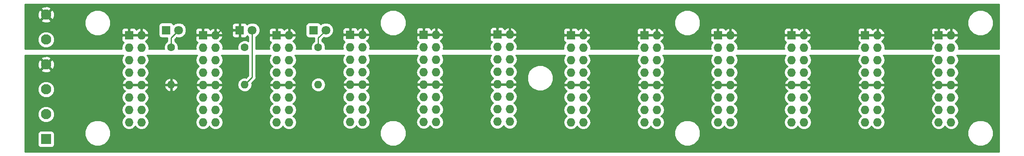
<source format=gbr>
G04 #@! TF.GenerationSoftware,KiCad,Pcbnew,5.0.2+dfsg1-1~bpo9+1*
G04 #@! TF.CreationDate,2019-10-18T22:52:31+02:00*
G04 #@! TF.ProjectId,busboard,62757362-6f61-4726-942e-6b696361645f,rev?*
G04 #@! TF.SameCoordinates,Original*
G04 #@! TF.FileFunction,Copper,L2,Bot*
G04 #@! TF.FilePolarity,Positive*
%FSLAX46Y46*%
G04 Gerber Fmt 4.6, Leading zero omitted, Abs format (unit mm)*
G04 Created by KiCad (PCBNEW 5.0.2+dfsg1-1~bpo9+1) date Fri 18 Oct 2019 10:52:31 PM CEST*
%MOMM*%
%LPD*%
G01*
G04 APERTURE LIST*
G04 #@! TA.AperFunction,ComponentPad*
%ADD10O,1.727200X1.727200*%
G04 #@! TD*
G04 #@! TA.AperFunction,ComponentPad*
%ADD11R,1.727200X1.727200*%
G04 #@! TD*
G04 #@! TA.AperFunction,ComponentPad*
%ADD12R,2.100000X2.100000*%
G04 #@! TD*
G04 #@! TA.AperFunction,ComponentPad*
%ADD13C,2.100000*%
G04 #@! TD*
G04 #@! TA.AperFunction,ComponentPad*
%ADD14C,1.800000*%
G04 #@! TD*
G04 #@! TA.AperFunction,ComponentPad*
%ADD15R,1.800000X1.800000*%
G04 #@! TD*
G04 #@! TA.AperFunction,ComponentPad*
%ADD16O,1.600000X1.600000*%
G04 #@! TD*
G04 #@! TA.AperFunction,ComponentPad*
%ADD17C,1.600000*%
G04 #@! TD*
G04 #@! TA.AperFunction,Conductor*
%ADD18C,0.250000*%
G04 #@! TD*
G04 #@! TA.AperFunction,Conductor*
%ADD19C,0.254000*%
G04 #@! TD*
G04 APERTURE END LIST*
D10*
G04 #@! TO.P,J1,16*
G04 #@! TO.N,/INT_GATE*
X66460000Y-75280000D03*
G04 #@! TO.P,J1,15*
X63920000Y-75280000D03*
G04 #@! TO.P,J1,14*
G04 #@! TO.N,/INT_CV*
X66460000Y-72740000D03*
G04 #@! TO.P,J1,13*
X63920000Y-72740000D03*
G04 #@! TO.P,J1,12*
G04 #@! TO.N,+5V*
X66460000Y-70200000D03*
G04 #@! TO.P,J1,11*
X63920000Y-70200000D03*
G04 #@! TO.P,J1,10*
G04 #@! TO.N,+12V*
X66460000Y-67660000D03*
G04 #@! TO.P,J1,9*
X63920000Y-67660000D03*
G04 #@! TO.P,J1,8*
G04 #@! TO.N,GND*
X66460000Y-65120000D03*
G04 #@! TO.P,J1,7*
X63920000Y-65120000D03*
G04 #@! TO.P,J1,6*
X66460000Y-62580000D03*
G04 #@! TO.P,J1,5*
X63920000Y-62580000D03*
G04 #@! TO.P,J1,4*
X66460000Y-60040000D03*
G04 #@! TO.P,J1,3*
X63920000Y-60040000D03*
G04 #@! TO.P,J1,2*
G04 #@! TO.N,-12V*
X66460000Y-57500000D03*
D11*
G04 #@! TO.P,J1,1*
X63920000Y-57500000D03*
G04 #@! TD*
D10*
G04 #@! TO.P,J2,16*
G04 #@! TO.N,/INT_GATE*
X81540000Y-75280000D03*
G04 #@! TO.P,J2,15*
X79000000Y-75280000D03*
G04 #@! TO.P,J2,14*
G04 #@! TO.N,/INT_CV*
X81540000Y-72740000D03*
G04 #@! TO.P,J2,13*
X79000000Y-72740000D03*
G04 #@! TO.P,J2,12*
G04 #@! TO.N,+5V*
X81540000Y-70200000D03*
G04 #@! TO.P,J2,11*
X79000000Y-70200000D03*
G04 #@! TO.P,J2,10*
G04 #@! TO.N,+12V*
X81540000Y-67660000D03*
G04 #@! TO.P,J2,9*
X79000000Y-67660000D03*
G04 #@! TO.P,J2,8*
G04 #@! TO.N,GND*
X81540000Y-65120000D03*
G04 #@! TO.P,J2,7*
X79000000Y-65120000D03*
G04 #@! TO.P,J2,6*
X81540000Y-62580000D03*
G04 #@! TO.P,J2,5*
X79000000Y-62580000D03*
G04 #@! TO.P,J2,4*
X81540000Y-60040000D03*
G04 #@! TO.P,J2,3*
X79000000Y-60040000D03*
G04 #@! TO.P,J2,2*
G04 #@! TO.N,-12V*
X81540000Y-57500000D03*
D11*
G04 #@! TO.P,J2,1*
X79000000Y-57500000D03*
G04 #@! TD*
D10*
G04 #@! TO.P,J3,16*
G04 #@! TO.N,/INT_GATE*
X96540000Y-75280000D03*
G04 #@! TO.P,J3,15*
X94000000Y-75280000D03*
G04 #@! TO.P,J3,14*
G04 #@! TO.N,/INT_CV*
X96540000Y-72740000D03*
G04 #@! TO.P,J3,13*
X94000000Y-72740000D03*
G04 #@! TO.P,J3,12*
G04 #@! TO.N,+5V*
X96540000Y-70200000D03*
G04 #@! TO.P,J3,11*
X94000000Y-70200000D03*
G04 #@! TO.P,J3,10*
G04 #@! TO.N,+12V*
X96540000Y-67660000D03*
G04 #@! TO.P,J3,9*
X94000000Y-67660000D03*
G04 #@! TO.P,J3,8*
G04 #@! TO.N,GND*
X96540000Y-65120000D03*
G04 #@! TO.P,J3,7*
X94000000Y-65120000D03*
G04 #@! TO.P,J3,6*
X96540000Y-62580000D03*
G04 #@! TO.P,J3,5*
X94000000Y-62580000D03*
G04 #@! TO.P,J3,4*
X96540000Y-60040000D03*
G04 #@! TO.P,J3,3*
X94000000Y-60040000D03*
G04 #@! TO.P,J3,2*
G04 #@! TO.N,-12V*
X96540000Y-57500000D03*
D11*
G04 #@! TO.P,J3,1*
X94000000Y-57500000D03*
G04 #@! TD*
D10*
G04 #@! TO.P,J4,16*
G04 #@! TO.N,/INT_GATE*
X111540000Y-75200000D03*
G04 #@! TO.P,J4,15*
X109000000Y-75200000D03*
G04 #@! TO.P,J4,14*
G04 #@! TO.N,/INT_CV*
X111540000Y-72660000D03*
G04 #@! TO.P,J4,13*
X109000000Y-72660000D03*
G04 #@! TO.P,J4,12*
G04 #@! TO.N,+5V*
X111540000Y-70120000D03*
G04 #@! TO.P,J4,11*
X109000000Y-70120000D03*
G04 #@! TO.P,J4,10*
G04 #@! TO.N,+12V*
X111540000Y-67580000D03*
G04 #@! TO.P,J4,9*
X109000000Y-67580000D03*
G04 #@! TO.P,J4,8*
G04 #@! TO.N,GND*
X111540000Y-65040000D03*
G04 #@! TO.P,J4,7*
X109000000Y-65040000D03*
G04 #@! TO.P,J4,6*
X111540000Y-62500000D03*
G04 #@! TO.P,J4,5*
X109000000Y-62500000D03*
G04 #@! TO.P,J4,4*
X111540000Y-59960000D03*
G04 #@! TO.P,J4,3*
X109000000Y-59960000D03*
G04 #@! TO.P,J4,2*
G04 #@! TO.N,-12V*
X111540000Y-57420000D03*
D11*
G04 #@! TO.P,J4,1*
X109000000Y-57420000D03*
G04 #@! TD*
D10*
G04 #@! TO.P,J5,16*
G04 #@! TO.N,/INT_GATE*
X126540000Y-75200000D03*
G04 #@! TO.P,J5,15*
X124000000Y-75200000D03*
G04 #@! TO.P,J5,14*
G04 #@! TO.N,/INT_CV*
X126540000Y-72660000D03*
G04 #@! TO.P,J5,13*
X124000000Y-72660000D03*
G04 #@! TO.P,J5,12*
G04 #@! TO.N,+5V*
X126540000Y-70120000D03*
G04 #@! TO.P,J5,11*
X124000000Y-70120000D03*
G04 #@! TO.P,J5,10*
G04 #@! TO.N,+12V*
X126540000Y-67580000D03*
G04 #@! TO.P,J5,9*
X124000000Y-67580000D03*
G04 #@! TO.P,J5,8*
G04 #@! TO.N,GND*
X126540000Y-65040000D03*
G04 #@! TO.P,J5,7*
X124000000Y-65040000D03*
G04 #@! TO.P,J5,6*
X126540000Y-62500000D03*
G04 #@! TO.P,J5,5*
X124000000Y-62500000D03*
G04 #@! TO.P,J5,4*
X126540000Y-59960000D03*
G04 #@! TO.P,J5,3*
X124000000Y-59960000D03*
G04 #@! TO.P,J5,2*
G04 #@! TO.N,-12V*
X126540000Y-57420000D03*
D11*
G04 #@! TO.P,J5,1*
X124000000Y-57420000D03*
G04 #@! TD*
D10*
G04 #@! TO.P,J6,16*
G04 #@! TO.N,/INT_GATE*
X141540000Y-75160000D03*
G04 #@! TO.P,J6,15*
X139000000Y-75160000D03*
G04 #@! TO.P,J6,14*
G04 #@! TO.N,/INT_CV*
X141540000Y-72620000D03*
G04 #@! TO.P,J6,13*
X139000000Y-72620000D03*
G04 #@! TO.P,J6,12*
G04 #@! TO.N,+5V*
X141540000Y-70080000D03*
G04 #@! TO.P,J6,11*
X139000000Y-70080000D03*
G04 #@! TO.P,J6,10*
G04 #@! TO.N,+12V*
X141540000Y-67540000D03*
G04 #@! TO.P,J6,9*
X139000000Y-67540000D03*
G04 #@! TO.P,J6,8*
G04 #@! TO.N,GND*
X141540000Y-65000000D03*
G04 #@! TO.P,J6,7*
X139000000Y-65000000D03*
G04 #@! TO.P,J6,6*
X141540000Y-62460000D03*
G04 #@! TO.P,J6,5*
X139000000Y-62460000D03*
G04 #@! TO.P,J6,4*
X141540000Y-59920000D03*
G04 #@! TO.P,J6,3*
X139000000Y-59920000D03*
G04 #@! TO.P,J6,2*
G04 #@! TO.N,-12V*
X141540000Y-57380000D03*
D11*
G04 #@! TO.P,J6,1*
X139000000Y-57380000D03*
G04 #@! TD*
D10*
G04 #@! TO.P,J7,16*
G04 #@! TO.N,/INT_GATE*
X156540000Y-75280000D03*
G04 #@! TO.P,J7,15*
X154000000Y-75280000D03*
G04 #@! TO.P,J7,14*
G04 #@! TO.N,/INT_CV*
X156540000Y-72740000D03*
G04 #@! TO.P,J7,13*
X154000000Y-72740000D03*
G04 #@! TO.P,J7,12*
G04 #@! TO.N,+5V*
X156540000Y-70200000D03*
G04 #@! TO.P,J7,11*
X154000000Y-70200000D03*
G04 #@! TO.P,J7,10*
G04 #@! TO.N,+12V*
X156540000Y-67660000D03*
G04 #@! TO.P,J7,9*
X154000000Y-67660000D03*
G04 #@! TO.P,J7,8*
G04 #@! TO.N,GND*
X156540000Y-65120000D03*
G04 #@! TO.P,J7,7*
X154000000Y-65120000D03*
G04 #@! TO.P,J7,6*
X156540000Y-62580000D03*
G04 #@! TO.P,J7,5*
X154000000Y-62580000D03*
G04 #@! TO.P,J7,4*
X156540000Y-60040000D03*
G04 #@! TO.P,J7,3*
X154000000Y-60040000D03*
G04 #@! TO.P,J7,2*
G04 #@! TO.N,-12V*
X156540000Y-57500000D03*
D11*
G04 #@! TO.P,J7,1*
X154000000Y-57500000D03*
G04 #@! TD*
D10*
G04 #@! TO.P,J8,16*
G04 #@! TO.N,/INT_GATE*
X171540000Y-75280000D03*
G04 #@! TO.P,J8,15*
X169000000Y-75280000D03*
G04 #@! TO.P,J8,14*
G04 #@! TO.N,/INT_CV*
X171540000Y-72740000D03*
G04 #@! TO.P,J8,13*
X169000000Y-72740000D03*
G04 #@! TO.P,J8,12*
G04 #@! TO.N,+5V*
X171540000Y-70200000D03*
G04 #@! TO.P,J8,11*
X169000000Y-70200000D03*
G04 #@! TO.P,J8,10*
G04 #@! TO.N,+12V*
X171540000Y-67660000D03*
G04 #@! TO.P,J8,9*
X169000000Y-67660000D03*
G04 #@! TO.P,J8,8*
G04 #@! TO.N,GND*
X171540000Y-65120000D03*
G04 #@! TO.P,J8,7*
X169000000Y-65120000D03*
G04 #@! TO.P,J8,6*
X171540000Y-62580000D03*
G04 #@! TO.P,J8,5*
X169000000Y-62580000D03*
G04 #@! TO.P,J8,4*
X171540000Y-60040000D03*
G04 #@! TO.P,J8,3*
X169000000Y-60040000D03*
G04 #@! TO.P,J8,2*
G04 #@! TO.N,-12V*
X171540000Y-57500000D03*
D11*
G04 #@! TO.P,J8,1*
X169000000Y-57500000D03*
G04 #@! TD*
D10*
G04 #@! TO.P,J9,16*
G04 #@! TO.N,/INT_GATE*
X186540000Y-75280000D03*
G04 #@! TO.P,J9,15*
X184000000Y-75280000D03*
G04 #@! TO.P,J9,14*
G04 #@! TO.N,/INT_CV*
X186540000Y-72740000D03*
G04 #@! TO.P,J9,13*
X184000000Y-72740000D03*
G04 #@! TO.P,J9,12*
G04 #@! TO.N,+5V*
X186540000Y-70200000D03*
G04 #@! TO.P,J9,11*
X184000000Y-70200000D03*
G04 #@! TO.P,J9,10*
G04 #@! TO.N,+12V*
X186540000Y-67660000D03*
G04 #@! TO.P,J9,9*
X184000000Y-67660000D03*
G04 #@! TO.P,J9,8*
G04 #@! TO.N,GND*
X186540000Y-65120000D03*
G04 #@! TO.P,J9,7*
X184000000Y-65120000D03*
G04 #@! TO.P,J9,6*
X186540000Y-62580000D03*
G04 #@! TO.P,J9,5*
X184000000Y-62580000D03*
G04 #@! TO.P,J9,4*
X186540000Y-60040000D03*
G04 #@! TO.P,J9,3*
X184000000Y-60040000D03*
G04 #@! TO.P,J9,2*
G04 #@! TO.N,-12V*
X186540000Y-57500000D03*
D11*
G04 #@! TO.P,J9,1*
X184000000Y-57500000D03*
G04 #@! TD*
D10*
G04 #@! TO.P,J10,16*
G04 #@! TO.N,/INT_GATE*
X201540000Y-75280000D03*
G04 #@! TO.P,J10,15*
X199000000Y-75280000D03*
G04 #@! TO.P,J10,14*
G04 #@! TO.N,/INT_CV*
X201540000Y-72740000D03*
G04 #@! TO.P,J10,13*
X199000000Y-72740000D03*
G04 #@! TO.P,J10,12*
G04 #@! TO.N,+5V*
X201540000Y-70200000D03*
G04 #@! TO.P,J10,11*
X199000000Y-70200000D03*
G04 #@! TO.P,J10,10*
G04 #@! TO.N,+12V*
X201540000Y-67660000D03*
G04 #@! TO.P,J10,9*
X199000000Y-67660000D03*
G04 #@! TO.P,J10,8*
G04 #@! TO.N,GND*
X201540000Y-65120000D03*
G04 #@! TO.P,J10,7*
X199000000Y-65120000D03*
G04 #@! TO.P,J10,6*
X201540000Y-62580000D03*
G04 #@! TO.P,J10,5*
X199000000Y-62580000D03*
G04 #@! TO.P,J10,4*
X201540000Y-60040000D03*
G04 #@! TO.P,J10,3*
X199000000Y-60040000D03*
G04 #@! TO.P,J10,2*
G04 #@! TO.N,-12V*
X201540000Y-57500000D03*
D11*
G04 #@! TO.P,J10,1*
X199000000Y-57500000D03*
G04 #@! TD*
D10*
G04 #@! TO.P,J11,16*
G04 #@! TO.N,/INT_GATE*
X216540000Y-75280000D03*
G04 #@! TO.P,J11,15*
X214000000Y-75280000D03*
G04 #@! TO.P,J11,14*
G04 #@! TO.N,/INT_CV*
X216540000Y-72740000D03*
G04 #@! TO.P,J11,13*
X214000000Y-72740000D03*
G04 #@! TO.P,J11,12*
G04 #@! TO.N,+5V*
X216540000Y-70200000D03*
G04 #@! TO.P,J11,11*
X214000000Y-70200000D03*
G04 #@! TO.P,J11,10*
G04 #@! TO.N,+12V*
X216540000Y-67660000D03*
G04 #@! TO.P,J11,9*
X214000000Y-67660000D03*
G04 #@! TO.P,J11,8*
G04 #@! TO.N,GND*
X216540000Y-65120000D03*
G04 #@! TO.P,J11,7*
X214000000Y-65120000D03*
G04 #@! TO.P,J11,6*
X216540000Y-62580000D03*
G04 #@! TO.P,J11,5*
X214000000Y-62580000D03*
G04 #@! TO.P,J11,4*
X216540000Y-60040000D03*
G04 #@! TO.P,J11,3*
X214000000Y-60040000D03*
G04 #@! TO.P,J11,2*
G04 #@! TO.N,-12V*
X216540000Y-57500000D03*
D11*
G04 #@! TO.P,J11,1*
X214000000Y-57500000D03*
G04 #@! TD*
D10*
G04 #@! TO.P,J12,16*
G04 #@! TO.N,/INT_GATE*
X231540000Y-75280000D03*
G04 #@! TO.P,J12,15*
X229000000Y-75280000D03*
G04 #@! TO.P,J12,14*
G04 #@! TO.N,/INT_CV*
X231540000Y-72740000D03*
G04 #@! TO.P,J12,13*
X229000000Y-72740000D03*
G04 #@! TO.P,J12,12*
G04 #@! TO.N,+5V*
X231540000Y-70200000D03*
G04 #@! TO.P,J12,11*
X229000000Y-70200000D03*
G04 #@! TO.P,J12,10*
G04 #@! TO.N,+12V*
X231540000Y-67660000D03*
G04 #@! TO.P,J12,9*
X229000000Y-67660000D03*
G04 #@! TO.P,J12,8*
G04 #@! TO.N,GND*
X231540000Y-65120000D03*
G04 #@! TO.P,J12,7*
X229000000Y-65120000D03*
G04 #@! TO.P,J12,6*
X231540000Y-62580000D03*
G04 #@! TO.P,J12,5*
X229000000Y-62580000D03*
G04 #@! TO.P,J12,4*
X231540000Y-60040000D03*
G04 #@! TO.P,J12,3*
X229000000Y-60040000D03*
G04 #@! TO.P,J12,2*
G04 #@! TO.N,-12V*
X231540000Y-57500000D03*
D11*
G04 #@! TO.P,J12,1*
X229000000Y-57500000D03*
G04 #@! TD*
D12*
G04 #@! TO.P,J13,1*
G04 #@! TO.N,/INT_GATE*
X46990000Y-78740000D03*
D13*
G04 #@! TO.P,J13,2*
G04 #@! TO.N,/INT_CV*
X46990000Y-73660000D03*
G04 #@! TO.P,J13,3*
G04 #@! TO.N,+5V*
X46990000Y-68580000D03*
G04 #@! TO.P,J13,4*
G04 #@! TO.N,+12V*
X46990000Y-63500000D03*
G04 #@! TO.P,J13,5*
G04 #@! TO.N,GND*
X46990000Y-58420000D03*
G04 #@! TO.P,J13,6*
G04 #@! TO.N,-12V*
X46990000Y-53340000D03*
G04 #@! TD*
D14*
G04 #@! TO.P,+12v,2*
G04 #@! TO.N,Net-(D1-Pad2)*
X74040000Y-56500000D03*
D15*
G04 #@! TO.P,+12v,1*
G04 #@! TO.N,GND*
X71500000Y-56500000D03*
G04 #@! TD*
G04 #@! TO.P,-12v,1*
G04 #@! TO.N,-12V*
X86500000Y-56500000D03*
D14*
G04 #@! TO.P,-12v,2*
G04 #@! TO.N,Net-(D2-Pad2)*
X89040000Y-56500000D03*
G04 #@! TD*
D15*
G04 #@! TO.P,+5v,1*
G04 #@! TO.N,GND*
X101500000Y-56500000D03*
D14*
G04 #@! TO.P,+5v,2*
G04 #@! TO.N,Net-(D3-Pad2)*
X104040000Y-56500000D03*
G04 #@! TD*
D16*
G04 #@! TO.P,R1,2*
G04 #@! TO.N,+12V*
X72500000Y-67620000D03*
D17*
G04 #@! TO.P,R1,1*
G04 #@! TO.N,Net-(D1-Pad2)*
X72500000Y-60000000D03*
G04 #@! TD*
G04 #@! TO.P,R2,1*
G04 #@! TO.N,GND*
X87500000Y-60000000D03*
D16*
G04 #@! TO.P,R2,2*
G04 #@! TO.N,Net-(D2-Pad2)*
X87500000Y-67620000D03*
G04 #@! TD*
D17*
G04 #@! TO.P,R3,1*
G04 #@! TO.N,Net-(D3-Pad2)*
X102500000Y-60000000D03*
D16*
G04 #@! TO.P,R3,2*
G04 #@! TO.N,+5V*
X102500000Y-67620000D03*
G04 #@! TD*
D18*
G04 #@! TO.N,-12V*
X82540000Y-56500000D02*
X81540000Y-57500000D01*
X86500000Y-56500000D02*
X82540000Y-56500000D01*
G04 #@! TO.N,+12V*
X66500000Y-67620000D02*
X66460000Y-67660000D01*
X72500000Y-67620000D02*
X66500000Y-67620000D01*
G04 #@! TO.N,Net-(D1-Pad2)*
X72500000Y-58040000D02*
X72500000Y-60000000D01*
X74040000Y-56500000D02*
X72500000Y-58040000D01*
G04 #@! TO.N,Net-(D3-Pad2)*
X102500000Y-58040000D02*
X102500000Y-60000000D01*
X104040000Y-56500000D02*
X102500000Y-58040000D01*
G04 #@! TO.N,Net-(D2-Pad2)*
X89040000Y-66080000D02*
X89040000Y-56500000D01*
X87500000Y-67620000D02*
X89040000Y-66080000D01*
G04 #@! TD*
D19*
G04 #@! TO.N,-12V*
G36*
X241290000Y-60373000D02*
X233001721Y-60373000D01*
X233067959Y-60040000D01*
X232951650Y-59455275D01*
X232620430Y-58959570D01*
X232318979Y-58758146D01*
X232428490Y-58706821D01*
X232822688Y-58274947D01*
X232994958Y-57859026D01*
X232873817Y-57627000D01*
X231667000Y-57627000D01*
X231667000Y-57647000D01*
X231413000Y-57647000D01*
X231413000Y-57627000D01*
X229127000Y-57627000D01*
X229127000Y-57647000D01*
X228873000Y-57647000D01*
X228873000Y-57627000D01*
X227660150Y-57627000D01*
X227501400Y-57785750D01*
X227501400Y-58489910D01*
X227598073Y-58723299D01*
X227776702Y-58901927D01*
X227918767Y-58960772D01*
X227588350Y-59455275D01*
X227472041Y-60040000D01*
X227538279Y-60373000D01*
X218001721Y-60373000D01*
X218067959Y-60040000D01*
X217951650Y-59455275D01*
X217620430Y-58959570D01*
X217318979Y-58758146D01*
X217428490Y-58706821D01*
X217822688Y-58274947D01*
X217994958Y-57859026D01*
X217873817Y-57627000D01*
X216667000Y-57627000D01*
X216667000Y-57647000D01*
X216413000Y-57647000D01*
X216413000Y-57627000D01*
X214127000Y-57627000D01*
X214127000Y-57647000D01*
X213873000Y-57647000D01*
X213873000Y-57627000D01*
X212660150Y-57627000D01*
X212501400Y-57785750D01*
X212501400Y-58489910D01*
X212598073Y-58723299D01*
X212776702Y-58901927D01*
X212918767Y-58960772D01*
X212588350Y-59455275D01*
X212472041Y-60040000D01*
X212538279Y-60373000D01*
X203001721Y-60373000D01*
X203067959Y-60040000D01*
X202951650Y-59455275D01*
X202620430Y-58959570D01*
X202318979Y-58758146D01*
X202428490Y-58706821D01*
X202822688Y-58274947D01*
X202994958Y-57859026D01*
X202873817Y-57627000D01*
X201667000Y-57627000D01*
X201667000Y-57647000D01*
X201413000Y-57647000D01*
X201413000Y-57627000D01*
X199127000Y-57627000D01*
X199127000Y-57647000D01*
X198873000Y-57647000D01*
X198873000Y-57627000D01*
X197660150Y-57627000D01*
X197501400Y-57785750D01*
X197501400Y-58489910D01*
X197598073Y-58723299D01*
X197776702Y-58901927D01*
X197918767Y-58960772D01*
X197588350Y-59455275D01*
X197472041Y-60040000D01*
X197538279Y-60373000D01*
X188001721Y-60373000D01*
X188067959Y-60040000D01*
X187951650Y-59455275D01*
X187620430Y-58959570D01*
X187318979Y-58758146D01*
X187428490Y-58706821D01*
X187822688Y-58274947D01*
X187994958Y-57859026D01*
X187873817Y-57627000D01*
X186667000Y-57627000D01*
X186667000Y-57647000D01*
X186413000Y-57647000D01*
X186413000Y-57627000D01*
X184127000Y-57627000D01*
X184127000Y-57647000D01*
X183873000Y-57647000D01*
X183873000Y-57627000D01*
X182660150Y-57627000D01*
X182501400Y-57785750D01*
X182501400Y-58489910D01*
X182598073Y-58723299D01*
X182776702Y-58901927D01*
X182918767Y-58960772D01*
X182588350Y-59455275D01*
X182472041Y-60040000D01*
X182538279Y-60373000D01*
X173001721Y-60373000D01*
X173067959Y-60040000D01*
X172951650Y-59455275D01*
X172620430Y-58959570D01*
X172318979Y-58758146D01*
X172428490Y-58706821D01*
X172822688Y-58274947D01*
X172994958Y-57859026D01*
X172873817Y-57627000D01*
X171667000Y-57627000D01*
X171667000Y-57647000D01*
X171413000Y-57647000D01*
X171413000Y-57627000D01*
X169127000Y-57627000D01*
X169127000Y-57647000D01*
X168873000Y-57647000D01*
X168873000Y-57627000D01*
X167660150Y-57627000D01*
X167501400Y-57785750D01*
X167501400Y-58489910D01*
X167598073Y-58723299D01*
X167776702Y-58901927D01*
X167918767Y-58960772D01*
X167588350Y-59455275D01*
X167472041Y-60040000D01*
X167538279Y-60373000D01*
X158001721Y-60373000D01*
X158067959Y-60040000D01*
X157951650Y-59455275D01*
X157620430Y-58959570D01*
X157318979Y-58758146D01*
X157428490Y-58706821D01*
X157822688Y-58274947D01*
X157994958Y-57859026D01*
X157873817Y-57627000D01*
X156667000Y-57627000D01*
X156667000Y-57647000D01*
X156413000Y-57647000D01*
X156413000Y-57627000D01*
X154127000Y-57627000D01*
X154127000Y-57647000D01*
X153873000Y-57647000D01*
X153873000Y-57627000D01*
X152660150Y-57627000D01*
X152501400Y-57785750D01*
X152501400Y-58489910D01*
X152598073Y-58723299D01*
X152776702Y-58901927D01*
X152918767Y-58960772D01*
X152588350Y-59455275D01*
X152472041Y-60040000D01*
X152538279Y-60373000D01*
X142977852Y-60373000D01*
X143067959Y-59920000D01*
X142951650Y-59335275D01*
X142620430Y-58839570D01*
X142318979Y-58638146D01*
X142428490Y-58586821D01*
X142822688Y-58154947D01*
X142994958Y-57739026D01*
X142873817Y-57507000D01*
X141667000Y-57507000D01*
X141667000Y-57527000D01*
X141413000Y-57527000D01*
X141413000Y-57507000D01*
X139127000Y-57507000D01*
X139127000Y-57527000D01*
X138873000Y-57527000D01*
X138873000Y-57507000D01*
X137660150Y-57507000D01*
X137501400Y-57665750D01*
X137501400Y-58369910D01*
X137598073Y-58603299D01*
X137776702Y-58781927D01*
X137918767Y-58840772D01*
X137588350Y-59335275D01*
X137472041Y-59920000D01*
X137562148Y-60373000D01*
X127985808Y-60373000D01*
X128067959Y-59960000D01*
X127951650Y-59375275D01*
X127620430Y-58879570D01*
X127318979Y-58678146D01*
X127428490Y-58626821D01*
X127822688Y-58194947D01*
X127994958Y-57779026D01*
X127873817Y-57547000D01*
X126667000Y-57547000D01*
X126667000Y-57567000D01*
X126413000Y-57567000D01*
X126413000Y-57547000D01*
X124127000Y-57547000D01*
X124127000Y-57567000D01*
X123873000Y-57567000D01*
X123873000Y-57547000D01*
X122660150Y-57547000D01*
X122501400Y-57705750D01*
X122501400Y-58409910D01*
X122598073Y-58643299D01*
X122776702Y-58821927D01*
X122918767Y-58880772D01*
X122588350Y-59375275D01*
X122472041Y-59960000D01*
X122554192Y-60373000D01*
X112985808Y-60373000D01*
X113067959Y-59960000D01*
X112951650Y-59375275D01*
X112620430Y-58879570D01*
X112318979Y-58678146D01*
X112428490Y-58626821D01*
X112822688Y-58194947D01*
X112994958Y-57779026D01*
X112873817Y-57547000D01*
X111667000Y-57547000D01*
X111667000Y-57567000D01*
X111413000Y-57567000D01*
X111413000Y-57547000D01*
X109127000Y-57547000D01*
X109127000Y-57567000D01*
X108873000Y-57567000D01*
X108873000Y-57547000D01*
X107660150Y-57547000D01*
X107501400Y-57705750D01*
X107501400Y-58409910D01*
X107598073Y-58643299D01*
X107776702Y-58821927D01*
X107918767Y-58880772D01*
X107588350Y-59375275D01*
X107472041Y-59960000D01*
X107554192Y-60373000D01*
X103898731Y-60373000D01*
X103935000Y-60285439D01*
X103935000Y-59714561D01*
X103716534Y-59187138D01*
X103312862Y-58783466D01*
X103260000Y-58761570D01*
X103260000Y-58354801D01*
X103625161Y-57989640D01*
X103734670Y-58035000D01*
X104345330Y-58035000D01*
X104909507Y-57801310D01*
X105341310Y-57369507D01*
X105575000Y-56805330D01*
X105575000Y-56430090D01*
X107501400Y-56430090D01*
X107501400Y-57134250D01*
X107660150Y-57293000D01*
X108873000Y-57293000D01*
X108873000Y-56080150D01*
X109127000Y-56080150D01*
X109127000Y-57293000D01*
X111413000Y-57293000D01*
X111413000Y-56085531D01*
X111667000Y-56085531D01*
X111667000Y-57293000D01*
X112873817Y-57293000D01*
X112994958Y-57060974D01*
X112822688Y-56645053D01*
X112428490Y-56213179D01*
X111899027Y-55965032D01*
X111667000Y-56085531D01*
X111413000Y-56085531D01*
X111180973Y-55965032D01*
X110651510Y-56213179D01*
X110484529Y-56396119D01*
X110401927Y-56196701D01*
X110223298Y-56018073D01*
X109989909Y-55921400D01*
X109285750Y-55921400D01*
X109127000Y-56080150D01*
X108873000Y-56080150D01*
X108714250Y-55921400D01*
X108010091Y-55921400D01*
X107776702Y-56018073D01*
X107598073Y-56196701D01*
X107501400Y-56430090D01*
X105575000Y-56430090D01*
X105575000Y-56194670D01*
X105341310Y-55630493D01*
X104909507Y-55198690D01*
X104345330Y-54965000D01*
X103734670Y-54965000D01*
X103170493Y-55198690D01*
X103001275Y-55367908D01*
X102998157Y-55352235D01*
X102857809Y-55142191D01*
X102647765Y-55001843D01*
X102400000Y-54952560D01*
X100600000Y-54952560D01*
X100352235Y-55001843D01*
X100142191Y-55142191D01*
X100001843Y-55352235D01*
X99952560Y-55600000D01*
X99952560Y-57400000D01*
X100001843Y-57647765D01*
X100142191Y-57857809D01*
X100352235Y-57998157D01*
X100600000Y-58047440D01*
X101726592Y-58047440D01*
X101740000Y-58114847D01*
X101740000Y-58761570D01*
X101687138Y-58783466D01*
X101283466Y-59187138D01*
X101065000Y-59714561D01*
X101065000Y-60285439D01*
X101101269Y-60373000D01*
X98001721Y-60373000D01*
X98067959Y-60040000D01*
X97951650Y-59455275D01*
X97620430Y-58959570D01*
X97318979Y-58758146D01*
X97428490Y-58706821D01*
X97822688Y-58274947D01*
X97994958Y-57859026D01*
X97873817Y-57627000D01*
X96667000Y-57627000D01*
X96667000Y-57647000D01*
X96413000Y-57647000D01*
X96413000Y-57627000D01*
X94127000Y-57627000D01*
X94127000Y-57647000D01*
X93873000Y-57647000D01*
X93873000Y-57627000D01*
X92660150Y-57627000D01*
X92501400Y-57785750D01*
X92501400Y-58489910D01*
X92598073Y-58723299D01*
X92776702Y-58901927D01*
X92918767Y-58960772D01*
X92588350Y-59455275D01*
X92472041Y-60040000D01*
X92538279Y-60373000D01*
X89800000Y-60373000D01*
X89800000Y-57846669D01*
X89909507Y-57801310D01*
X90341310Y-57369507D01*
X90575000Y-56805330D01*
X90575000Y-56510090D01*
X92501400Y-56510090D01*
X92501400Y-57214250D01*
X92660150Y-57373000D01*
X93873000Y-57373000D01*
X93873000Y-56160150D01*
X94127000Y-56160150D01*
X94127000Y-57373000D01*
X96413000Y-57373000D01*
X96413000Y-56165531D01*
X96667000Y-56165531D01*
X96667000Y-57373000D01*
X97873817Y-57373000D01*
X97994958Y-57140974D01*
X97822688Y-56725053D01*
X97428490Y-56293179D01*
X96899027Y-56045032D01*
X96667000Y-56165531D01*
X96413000Y-56165531D01*
X96180973Y-56045032D01*
X95651510Y-56293179D01*
X95484529Y-56476119D01*
X95401927Y-56276701D01*
X95223298Y-56098073D01*
X94989909Y-56001400D01*
X94285750Y-56001400D01*
X94127000Y-56160150D01*
X93873000Y-56160150D01*
X93714250Y-56001400D01*
X93010091Y-56001400D01*
X92776702Y-56098073D01*
X92598073Y-56276701D01*
X92501400Y-56510090D01*
X90575000Y-56510090D01*
X90575000Y-56194670D01*
X90341310Y-55630493D01*
X89909507Y-55198690D01*
X89345330Y-54965000D01*
X88734670Y-54965000D01*
X88170493Y-55198690D01*
X87994139Y-55375044D01*
X87938327Y-55240301D01*
X87759698Y-55061673D01*
X87526309Y-54965000D01*
X86785750Y-54965000D01*
X86627000Y-55123750D01*
X86627000Y-56373000D01*
X86647000Y-56373000D01*
X86647000Y-56627000D01*
X86627000Y-56627000D01*
X86627000Y-57876250D01*
X86785750Y-58035000D01*
X87526309Y-58035000D01*
X87759698Y-57938327D01*
X87938327Y-57759699D01*
X87994139Y-57624956D01*
X88170493Y-57801310D01*
X88280001Y-57846670D01*
X88280001Y-58769854D01*
X87785439Y-58565000D01*
X87214561Y-58565000D01*
X86687138Y-58783466D01*
X86283466Y-59187138D01*
X86065000Y-59714561D01*
X86065000Y-60285439D01*
X86101269Y-60373000D01*
X83001721Y-60373000D01*
X83067959Y-60040000D01*
X82951650Y-59455275D01*
X82620430Y-58959570D01*
X82318979Y-58758146D01*
X82428490Y-58706821D01*
X82822688Y-58274947D01*
X82994958Y-57859026D01*
X82873817Y-57627000D01*
X81667000Y-57627000D01*
X81667000Y-57647000D01*
X81413000Y-57647000D01*
X81413000Y-57627000D01*
X79127000Y-57627000D01*
X79127000Y-57647000D01*
X78873000Y-57647000D01*
X78873000Y-57627000D01*
X77660150Y-57627000D01*
X77501400Y-57785750D01*
X77501400Y-58489910D01*
X77598073Y-58723299D01*
X77776702Y-58901927D01*
X77918767Y-58960772D01*
X77588350Y-59455275D01*
X77472041Y-60040000D01*
X77538279Y-60373000D01*
X73898731Y-60373000D01*
X73935000Y-60285439D01*
X73935000Y-59714561D01*
X73716534Y-59187138D01*
X73312862Y-58783466D01*
X73260000Y-58761570D01*
X73260000Y-58354801D01*
X73625161Y-57989640D01*
X73734670Y-58035000D01*
X74345330Y-58035000D01*
X74909507Y-57801310D01*
X75341310Y-57369507D01*
X75575000Y-56805330D01*
X75575000Y-56510090D01*
X77501400Y-56510090D01*
X77501400Y-57214250D01*
X77660150Y-57373000D01*
X78873000Y-57373000D01*
X78873000Y-56160150D01*
X79127000Y-56160150D01*
X79127000Y-57373000D01*
X81413000Y-57373000D01*
X81413000Y-56165531D01*
X81667000Y-56165531D01*
X81667000Y-57373000D01*
X82873817Y-57373000D01*
X82994958Y-57140974D01*
X82847829Y-56785750D01*
X84965000Y-56785750D01*
X84965000Y-57526310D01*
X85061673Y-57759699D01*
X85240302Y-57938327D01*
X85473691Y-58035000D01*
X86214250Y-58035000D01*
X86373000Y-57876250D01*
X86373000Y-56627000D01*
X85123750Y-56627000D01*
X84965000Y-56785750D01*
X82847829Y-56785750D01*
X82822688Y-56725053D01*
X82428490Y-56293179D01*
X81899027Y-56045032D01*
X81667000Y-56165531D01*
X81413000Y-56165531D01*
X81180973Y-56045032D01*
X80651510Y-56293179D01*
X80484529Y-56476119D01*
X80401927Y-56276701D01*
X80223298Y-56098073D01*
X79989909Y-56001400D01*
X79285750Y-56001400D01*
X79127000Y-56160150D01*
X78873000Y-56160150D01*
X78714250Y-56001400D01*
X78010091Y-56001400D01*
X77776702Y-56098073D01*
X77598073Y-56276701D01*
X77501400Y-56510090D01*
X75575000Y-56510090D01*
X75575000Y-56194670D01*
X75341310Y-55630493D01*
X75184507Y-55473690D01*
X84965000Y-55473690D01*
X84965000Y-56214250D01*
X85123750Y-56373000D01*
X86373000Y-56373000D01*
X86373000Y-55123750D01*
X86214250Y-54965000D01*
X85473691Y-54965000D01*
X85240302Y-55061673D01*
X85061673Y-55240301D01*
X84965000Y-55473690D01*
X75184507Y-55473690D01*
X74909507Y-55198690D01*
X74345330Y-54965000D01*
X73734670Y-54965000D01*
X73170493Y-55198690D01*
X73001275Y-55367908D01*
X72998157Y-55352235D01*
X72857809Y-55142191D01*
X72647765Y-55001843D01*
X72400000Y-54952560D01*
X70600000Y-54952560D01*
X70352235Y-55001843D01*
X70142191Y-55142191D01*
X70001843Y-55352235D01*
X69952560Y-55600000D01*
X69952560Y-57400000D01*
X70001843Y-57647765D01*
X70142191Y-57857809D01*
X70352235Y-57998157D01*
X70600000Y-58047440D01*
X71726592Y-58047440D01*
X71740000Y-58114847D01*
X71740000Y-58761570D01*
X71687138Y-58783466D01*
X71283466Y-59187138D01*
X71065000Y-59714561D01*
X71065000Y-60285439D01*
X71101269Y-60373000D01*
X67921721Y-60373000D01*
X67987959Y-60040000D01*
X67871650Y-59455275D01*
X67540430Y-58959570D01*
X67238979Y-58758146D01*
X67348490Y-58706821D01*
X67742688Y-58274947D01*
X67914958Y-57859026D01*
X67793817Y-57627000D01*
X66587000Y-57627000D01*
X66587000Y-57647000D01*
X66333000Y-57647000D01*
X66333000Y-57627000D01*
X64047000Y-57627000D01*
X64047000Y-57647000D01*
X63793000Y-57647000D01*
X63793000Y-57627000D01*
X62580150Y-57627000D01*
X62421400Y-57785750D01*
X62421400Y-58489910D01*
X62518073Y-58723299D01*
X62696702Y-58901927D01*
X62838767Y-58960772D01*
X62508350Y-59455275D01*
X62392041Y-60040000D01*
X62458279Y-60373000D01*
X42710000Y-60373000D01*
X42710000Y-58084833D01*
X45305000Y-58084833D01*
X45305000Y-58755167D01*
X45561526Y-59374476D01*
X46035524Y-59848474D01*
X46654833Y-60105000D01*
X47325167Y-60105000D01*
X47944476Y-59848474D01*
X48418474Y-59374476D01*
X48675000Y-58755167D01*
X48675000Y-58084833D01*
X48418474Y-57465524D01*
X47944476Y-56991526D01*
X47325167Y-56735000D01*
X46654833Y-56735000D01*
X46035524Y-56991526D01*
X45561526Y-57465524D01*
X45305000Y-58084833D01*
X42710000Y-58084833D01*
X42710000Y-54528703D01*
X45980902Y-54528703D01*
X46085687Y-54800745D01*
X46713526Y-55035619D01*
X47383456Y-55012349D01*
X47894313Y-54800745D01*
X47999098Y-54528703D01*
X47946261Y-54475866D01*
X54865000Y-54475866D01*
X54865000Y-55524134D01*
X55266155Y-56492608D01*
X56007392Y-57233845D01*
X56975866Y-57635000D01*
X58024134Y-57635000D01*
X58992608Y-57233845D01*
X59716363Y-56510090D01*
X62421400Y-56510090D01*
X62421400Y-57214250D01*
X62580150Y-57373000D01*
X63793000Y-57373000D01*
X63793000Y-56160150D01*
X64047000Y-56160150D01*
X64047000Y-57373000D01*
X66333000Y-57373000D01*
X66333000Y-56165531D01*
X66587000Y-56165531D01*
X66587000Y-57373000D01*
X67793817Y-57373000D01*
X67914958Y-57140974D01*
X67742688Y-56725053D01*
X67348490Y-56293179D01*
X66819027Y-56045032D01*
X66587000Y-56165531D01*
X66333000Y-56165531D01*
X66100973Y-56045032D01*
X65571510Y-56293179D01*
X65404529Y-56476119D01*
X65321927Y-56276701D01*
X65143298Y-56098073D01*
X64909909Y-56001400D01*
X64205750Y-56001400D01*
X64047000Y-56160150D01*
X63793000Y-56160150D01*
X63634250Y-56001400D01*
X62930091Y-56001400D01*
X62696702Y-56098073D01*
X62518073Y-56276701D01*
X62421400Y-56510090D01*
X59716363Y-56510090D01*
X59733845Y-56492608D01*
X60135000Y-55524134D01*
X60135000Y-54475866D01*
X115115000Y-54475866D01*
X115115000Y-55524134D01*
X115516155Y-56492608D01*
X116257392Y-57233845D01*
X117225866Y-57635000D01*
X118274134Y-57635000D01*
X119242608Y-57233845D01*
X119983845Y-56492608D01*
X120009740Y-56430090D01*
X122501400Y-56430090D01*
X122501400Y-57134250D01*
X122660150Y-57293000D01*
X123873000Y-57293000D01*
X123873000Y-56080150D01*
X124127000Y-56080150D01*
X124127000Y-57293000D01*
X126413000Y-57293000D01*
X126413000Y-56085531D01*
X126667000Y-56085531D01*
X126667000Y-57293000D01*
X127873817Y-57293000D01*
X127994958Y-57060974D01*
X127822688Y-56645053D01*
X127589968Y-56390090D01*
X137501400Y-56390090D01*
X137501400Y-57094250D01*
X137660150Y-57253000D01*
X138873000Y-57253000D01*
X138873000Y-56040150D01*
X139127000Y-56040150D01*
X139127000Y-57253000D01*
X141413000Y-57253000D01*
X141413000Y-56045531D01*
X141667000Y-56045531D01*
X141667000Y-57253000D01*
X142873817Y-57253000D01*
X142994958Y-57020974D01*
X142822688Y-56605053D01*
X142736010Y-56510090D01*
X152501400Y-56510090D01*
X152501400Y-57214250D01*
X152660150Y-57373000D01*
X153873000Y-57373000D01*
X153873000Y-56160150D01*
X154127000Y-56160150D01*
X154127000Y-57373000D01*
X156413000Y-57373000D01*
X156413000Y-56165531D01*
X156667000Y-56165531D01*
X156667000Y-57373000D01*
X157873817Y-57373000D01*
X157994958Y-57140974D01*
X157822688Y-56725053D01*
X157626479Y-56510090D01*
X167501400Y-56510090D01*
X167501400Y-57214250D01*
X167660150Y-57373000D01*
X168873000Y-57373000D01*
X168873000Y-56160150D01*
X169127000Y-56160150D01*
X169127000Y-57373000D01*
X171413000Y-57373000D01*
X171413000Y-56165531D01*
X171667000Y-56165531D01*
X171667000Y-57373000D01*
X172873817Y-57373000D01*
X172994958Y-57140974D01*
X172822688Y-56725053D01*
X172428490Y-56293179D01*
X171899027Y-56045032D01*
X171667000Y-56165531D01*
X171413000Y-56165531D01*
X171180973Y-56045032D01*
X170651510Y-56293179D01*
X170484529Y-56476119D01*
X170401927Y-56276701D01*
X170223298Y-56098073D01*
X169989909Y-56001400D01*
X169285750Y-56001400D01*
X169127000Y-56160150D01*
X168873000Y-56160150D01*
X168714250Y-56001400D01*
X168010091Y-56001400D01*
X167776702Y-56098073D01*
X167598073Y-56276701D01*
X167501400Y-56510090D01*
X157626479Y-56510090D01*
X157428490Y-56293179D01*
X156899027Y-56045032D01*
X156667000Y-56165531D01*
X156413000Y-56165531D01*
X156180973Y-56045032D01*
X155651510Y-56293179D01*
X155484529Y-56476119D01*
X155401927Y-56276701D01*
X155223298Y-56098073D01*
X154989909Y-56001400D01*
X154285750Y-56001400D01*
X154127000Y-56160150D01*
X153873000Y-56160150D01*
X153714250Y-56001400D01*
X153010091Y-56001400D01*
X152776702Y-56098073D01*
X152598073Y-56276701D01*
X152501400Y-56510090D01*
X142736010Y-56510090D01*
X142428490Y-56173179D01*
X141899027Y-55925032D01*
X141667000Y-56045531D01*
X141413000Y-56045531D01*
X141180973Y-55925032D01*
X140651510Y-56173179D01*
X140484529Y-56356119D01*
X140401927Y-56156701D01*
X140223298Y-55978073D01*
X139989909Y-55881400D01*
X139285750Y-55881400D01*
X139127000Y-56040150D01*
X138873000Y-56040150D01*
X138714250Y-55881400D01*
X138010091Y-55881400D01*
X137776702Y-55978073D01*
X137598073Y-56156701D01*
X137501400Y-56390090D01*
X127589968Y-56390090D01*
X127428490Y-56213179D01*
X126899027Y-55965032D01*
X126667000Y-56085531D01*
X126413000Y-56085531D01*
X126180973Y-55965032D01*
X125651510Y-56213179D01*
X125484529Y-56396119D01*
X125401927Y-56196701D01*
X125223298Y-56018073D01*
X124989909Y-55921400D01*
X124285750Y-55921400D01*
X124127000Y-56080150D01*
X123873000Y-56080150D01*
X123714250Y-55921400D01*
X123010091Y-55921400D01*
X122776702Y-56018073D01*
X122598073Y-56196701D01*
X122501400Y-56430090D01*
X120009740Y-56430090D01*
X120385000Y-55524134D01*
X120385000Y-54475866D01*
X175115000Y-54475866D01*
X175115000Y-55524134D01*
X175516155Y-56492608D01*
X176257392Y-57233845D01*
X177225866Y-57635000D01*
X178274134Y-57635000D01*
X179242608Y-57233845D01*
X179966363Y-56510090D01*
X182501400Y-56510090D01*
X182501400Y-57214250D01*
X182660150Y-57373000D01*
X183873000Y-57373000D01*
X183873000Y-56160150D01*
X184127000Y-56160150D01*
X184127000Y-57373000D01*
X186413000Y-57373000D01*
X186413000Y-56165531D01*
X186667000Y-56165531D01*
X186667000Y-57373000D01*
X187873817Y-57373000D01*
X187994958Y-57140974D01*
X187822688Y-56725053D01*
X187626479Y-56510090D01*
X197501400Y-56510090D01*
X197501400Y-57214250D01*
X197660150Y-57373000D01*
X198873000Y-57373000D01*
X198873000Y-56160150D01*
X199127000Y-56160150D01*
X199127000Y-57373000D01*
X201413000Y-57373000D01*
X201413000Y-56165531D01*
X201667000Y-56165531D01*
X201667000Y-57373000D01*
X202873817Y-57373000D01*
X202994958Y-57140974D01*
X202822688Y-56725053D01*
X202626479Y-56510090D01*
X212501400Y-56510090D01*
X212501400Y-57214250D01*
X212660150Y-57373000D01*
X213873000Y-57373000D01*
X213873000Y-56160150D01*
X214127000Y-56160150D01*
X214127000Y-57373000D01*
X216413000Y-57373000D01*
X216413000Y-56165531D01*
X216667000Y-56165531D01*
X216667000Y-57373000D01*
X217873817Y-57373000D01*
X217994958Y-57140974D01*
X217822688Y-56725053D01*
X217626479Y-56510090D01*
X227501400Y-56510090D01*
X227501400Y-57214250D01*
X227660150Y-57373000D01*
X228873000Y-57373000D01*
X228873000Y-56160150D01*
X229127000Y-56160150D01*
X229127000Y-57373000D01*
X231413000Y-57373000D01*
X231413000Y-56165531D01*
X231667000Y-56165531D01*
X231667000Y-57373000D01*
X232873817Y-57373000D01*
X232994958Y-57140974D01*
X232822688Y-56725053D01*
X232428490Y-56293179D01*
X231899027Y-56045032D01*
X231667000Y-56165531D01*
X231413000Y-56165531D01*
X231180973Y-56045032D01*
X230651510Y-56293179D01*
X230484529Y-56476119D01*
X230401927Y-56276701D01*
X230223298Y-56098073D01*
X229989909Y-56001400D01*
X229285750Y-56001400D01*
X229127000Y-56160150D01*
X228873000Y-56160150D01*
X228714250Y-56001400D01*
X228010091Y-56001400D01*
X227776702Y-56098073D01*
X227598073Y-56276701D01*
X227501400Y-56510090D01*
X217626479Y-56510090D01*
X217428490Y-56293179D01*
X216899027Y-56045032D01*
X216667000Y-56165531D01*
X216413000Y-56165531D01*
X216180973Y-56045032D01*
X215651510Y-56293179D01*
X215484529Y-56476119D01*
X215401927Y-56276701D01*
X215223298Y-56098073D01*
X214989909Y-56001400D01*
X214285750Y-56001400D01*
X214127000Y-56160150D01*
X213873000Y-56160150D01*
X213714250Y-56001400D01*
X213010091Y-56001400D01*
X212776702Y-56098073D01*
X212598073Y-56276701D01*
X212501400Y-56510090D01*
X202626479Y-56510090D01*
X202428490Y-56293179D01*
X201899027Y-56045032D01*
X201667000Y-56165531D01*
X201413000Y-56165531D01*
X201180973Y-56045032D01*
X200651510Y-56293179D01*
X200484529Y-56476119D01*
X200401927Y-56276701D01*
X200223298Y-56098073D01*
X199989909Y-56001400D01*
X199285750Y-56001400D01*
X199127000Y-56160150D01*
X198873000Y-56160150D01*
X198714250Y-56001400D01*
X198010091Y-56001400D01*
X197776702Y-56098073D01*
X197598073Y-56276701D01*
X197501400Y-56510090D01*
X187626479Y-56510090D01*
X187428490Y-56293179D01*
X186899027Y-56045032D01*
X186667000Y-56165531D01*
X186413000Y-56165531D01*
X186180973Y-56045032D01*
X185651510Y-56293179D01*
X185484529Y-56476119D01*
X185401927Y-56276701D01*
X185223298Y-56098073D01*
X184989909Y-56001400D01*
X184285750Y-56001400D01*
X184127000Y-56160150D01*
X183873000Y-56160150D01*
X183714250Y-56001400D01*
X183010091Y-56001400D01*
X182776702Y-56098073D01*
X182598073Y-56276701D01*
X182501400Y-56510090D01*
X179966363Y-56510090D01*
X179983845Y-56492608D01*
X180385000Y-55524134D01*
X180385000Y-54475866D01*
X234865000Y-54475866D01*
X234865000Y-55524134D01*
X235266155Y-56492608D01*
X236007392Y-57233845D01*
X236975866Y-57635000D01*
X238024134Y-57635000D01*
X238992608Y-57233845D01*
X239733845Y-56492608D01*
X240135000Y-55524134D01*
X240135000Y-54475866D01*
X239733845Y-53507392D01*
X238992608Y-52766155D01*
X238024134Y-52365000D01*
X236975866Y-52365000D01*
X236007392Y-52766155D01*
X235266155Y-53507392D01*
X234865000Y-54475866D01*
X180385000Y-54475866D01*
X179983845Y-53507392D01*
X179242608Y-52766155D01*
X178274134Y-52365000D01*
X177225866Y-52365000D01*
X176257392Y-52766155D01*
X175516155Y-53507392D01*
X175115000Y-54475866D01*
X120385000Y-54475866D01*
X119983845Y-53507392D01*
X119242608Y-52766155D01*
X118274134Y-52365000D01*
X117225866Y-52365000D01*
X116257392Y-52766155D01*
X115516155Y-53507392D01*
X115115000Y-54475866D01*
X60135000Y-54475866D01*
X59733845Y-53507392D01*
X58992608Y-52766155D01*
X58024134Y-52365000D01*
X56975866Y-52365000D01*
X56007392Y-52766155D01*
X55266155Y-53507392D01*
X54865000Y-54475866D01*
X47946261Y-54475866D01*
X46990000Y-53519605D01*
X45980902Y-54528703D01*
X42710000Y-54528703D01*
X42710000Y-53063526D01*
X45294381Y-53063526D01*
X45317651Y-53733456D01*
X45529255Y-54244313D01*
X45801297Y-54349098D01*
X46810395Y-53340000D01*
X47169605Y-53340000D01*
X48178703Y-54349098D01*
X48450745Y-54244313D01*
X48685619Y-53616474D01*
X48662349Y-52946544D01*
X48450745Y-52435687D01*
X48178703Y-52330902D01*
X47169605Y-53340000D01*
X46810395Y-53340000D01*
X45801297Y-52330902D01*
X45529255Y-52435687D01*
X45294381Y-53063526D01*
X42710000Y-53063526D01*
X42710000Y-52151297D01*
X45980902Y-52151297D01*
X46990000Y-53160395D01*
X47999098Y-52151297D01*
X47894313Y-51879255D01*
X47266474Y-51644381D01*
X46596544Y-51667651D01*
X46085687Y-51879255D01*
X45980902Y-52151297D01*
X42710000Y-52151297D01*
X42710000Y-51210000D01*
X241290000Y-51210000D01*
X241290000Y-60373000D01*
X241290000Y-60373000D01*
G37*
X241290000Y-60373000D02*
X233001721Y-60373000D01*
X233067959Y-60040000D01*
X232951650Y-59455275D01*
X232620430Y-58959570D01*
X232318979Y-58758146D01*
X232428490Y-58706821D01*
X232822688Y-58274947D01*
X232994958Y-57859026D01*
X232873817Y-57627000D01*
X231667000Y-57627000D01*
X231667000Y-57647000D01*
X231413000Y-57647000D01*
X231413000Y-57627000D01*
X229127000Y-57627000D01*
X229127000Y-57647000D01*
X228873000Y-57647000D01*
X228873000Y-57627000D01*
X227660150Y-57627000D01*
X227501400Y-57785750D01*
X227501400Y-58489910D01*
X227598073Y-58723299D01*
X227776702Y-58901927D01*
X227918767Y-58960772D01*
X227588350Y-59455275D01*
X227472041Y-60040000D01*
X227538279Y-60373000D01*
X218001721Y-60373000D01*
X218067959Y-60040000D01*
X217951650Y-59455275D01*
X217620430Y-58959570D01*
X217318979Y-58758146D01*
X217428490Y-58706821D01*
X217822688Y-58274947D01*
X217994958Y-57859026D01*
X217873817Y-57627000D01*
X216667000Y-57627000D01*
X216667000Y-57647000D01*
X216413000Y-57647000D01*
X216413000Y-57627000D01*
X214127000Y-57627000D01*
X214127000Y-57647000D01*
X213873000Y-57647000D01*
X213873000Y-57627000D01*
X212660150Y-57627000D01*
X212501400Y-57785750D01*
X212501400Y-58489910D01*
X212598073Y-58723299D01*
X212776702Y-58901927D01*
X212918767Y-58960772D01*
X212588350Y-59455275D01*
X212472041Y-60040000D01*
X212538279Y-60373000D01*
X203001721Y-60373000D01*
X203067959Y-60040000D01*
X202951650Y-59455275D01*
X202620430Y-58959570D01*
X202318979Y-58758146D01*
X202428490Y-58706821D01*
X202822688Y-58274947D01*
X202994958Y-57859026D01*
X202873817Y-57627000D01*
X201667000Y-57627000D01*
X201667000Y-57647000D01*
X201413000Y-57647000D01*
X201413000Y-57627000D01*
X199127000Y-57627000D01*
X199127000Y-57647000D01*
X198873000Y-57647000D01*
X198873000Y-57627000D01*
X197660150Y-57627000D01*
X197501400Y-57785750D01*
X197501400Y-58489910D01*
X197598073Y-58723299D01*
X197776702Y-58901927D01*
X197918767Y-58960772D01*
X197588350Y-59455275D01*
X197472041Y-60040000D01*
X197538279Y-60373000D01*
X188001721Y-60373000D01*
X188067959Y-60040000D01*
X187951650Y-59455275D01*
X187620430Y-58959570D01*
X187318979Y-58758146D01*
X187428490Y-58706821D01*
X187822688Y-58274947D01*
X187994958Y-57859026D01*
X187873817Y-57627000D01*
X186667000Y-57627000D01*
X186667000Y-57647000D01*
X186413000Y-57647000D01*
X186413000Y-57627000D01*
X184127000Y-57627000D01*
X184127000Y-57647000D01*
X183873000Y-57647000D01*
X183873000Y-57627000D01*
X182660150Y-57627000D01*
X182501400Y-57785750D01*
X182501400Y-58489910D01*
X182598073Y-58723299D01*
X182776702Y-58901927D01*
X182918767Y-58960772D01*
X182588350Y-59455275D01*
X182472041Y-60040000D01*
X182538279Y-60373000D01*
X173001721Y-60373000D01*
X173067959Y-60040000D01*
X172951650Y-59455275D01*
X172620430Y-58959570D01*
X172318979Y-58758146D01*
X172428490Y-58706821D01*
X172822688Y-58274947D01*
X172994958Y-57859026D01*
X172873817Y-57627000D01*
X171667000Y-57627000D01*
X171667000Y-57647000D01*
X171413000Y-57647000D01*
X171413000Y-57627000D01*
X169127000Y-57627000D01*
X169127000Y-57647000D01*
X168873000Y-57647000D01*
X168873000Y-57627000D01*
X167660150Y-57627000D01*
X167501400Y-57785750D01*
X167501400Y-58489910D01*
X167598073Y-58723299D01*
X167776702Y-58901927D01*
X167918767Y-58960772D01*
X167588350Y-59455275D01*
X167472041Y-60040000D01*
X167538279Y-60373000D01*
X158001721Y-60373000D01*
X158067959Y-60040000D01*
X157951650Y-59455275D01*
X157620430Y-58959570D01*
X157318979Y-58758146D01*
X157428490Y-58706821D01*
X157822688Y-58274947D01*
X157994958Y-57859026D01*
X157873817Y-57627000D01*
X156667000Y-57627000D01*
X156667000Y-57647000D01*
X156413000Y-57647000D01*
X156413000Y-57627000D01*
X154127000Y-57627000D01*
X154127000Y-57647000D01*
X153873000Y-57647000D01*
X153873000Y-57627000D01*
X152660150Y-57627000D01*
X152501400Y-57785750D01*
X152501400Y-58489910D01*
X152598073Y-58723299D01*
X152776702Y-58901927D01*
X152918767Y-58960772D01*
X152588350Y-59455275D01*
X152472041Y-60040000D01*
X152538279Y-60373000D01*
X142977852Y-60373000D01*
X143067959Y-59920000D01*
X142951650Y-59335275D01*
X142620430Y-58839570D01*
X142318979Y-58638146D01*
X142428490Y-58586821D01*
X142822688Y-58154947D01*
X142994958Y-57739026D01*
X142873817Y-57507000D01*
X141667000Y-57507000D01*
X141667000Y-57527000D01*
X141413000Y-57527000D01*
X141413000Y-57507000D01*
X139127000Y-57507000D01*
X139127000Y-57527000D01*
X138873000Y-57527000D01*
X138873000Y-57507000D01*
X137660150Y-57507000D01*
X137501400Y-57665750D01*
X137501400Y-58369910D01*
X137598073Y-58603299D01*
X137776702Y-58781927D01*
X137918767Y-58840772D01*
X137588350Y-59335275D01*
X137472041Y-59920000D01*
X137562148Y-60373000D01*
X127985808Y-60373000D01*
X128067959Y-59960000D01*
X127951650Y-59375275D01*
X127620430Y-58879570D01*
X127318979Y-58678146D01*
X127428490Y-58626821D01*
X127822688Y-58194947D01*
X127994958Y-57779026D01*
X127873817Y-57547000D01*
X126667000Y-57547000D01*
X126667000Y-57567000D01*
X126413000Y-57567000D01*
X126413000Y-57547000D01*
X124127000Y-57547000D01*
X124127000Y-57567000D01*
X123873000Y-57567000D01*
X123873000Y-57547000D01*
X122660150Y-57547000D01*
X122501400Y-57705750D01*
X122501400Y-58409910D01*
X122598073Y-58643299D01*
X122776702Y-58821927D01*
X122918767Y-58880772D01*
X122588350Y-59375275D01*
X122472041Y-59960000D01*
X122554192Y-60373000D01*
X112985808Y-60373000D01*
X113067959Y-59960000D01*
X112951650Y-59375275D01*
X112620430Y-58879570D01*
X112318979Y-58678146D01*
X112428490Y-58626821D01*
X112822688Y-58194947D01*
X112994958Y-57779026D01*
X112873817Y-57547000D01*
X111667000Y-57547000D01*
X111667000Y-57567000D01*
X111413000Y-57567000D01*
X111413000Y-57547000D01*
X109127000Y-57547000D01*
X109127000Y-57567000D01*
X108873000Y-57567000D01*
X108873000Y-57547000D01*
X107660150Y-57547000D01*
X107501400Y-57705750D01*
X107501400Y-58409910D01*
X107598073Y-58643299D01*
X107776702Y-58821927D01*
X107918767Y-58880772D01*
X107588350Y-59375275D01*
X107472041Y-59960000D01*
X107554192Y-60373000D01*
X103898731Y-60373000D01*
X103935000Y-60285439D01*
X103935000Y-59714561D01*
X103716534Y-59187138D01*
X103312862Y-58783466D01*
X103260000Y-58761570D01*
X103260000Y-58354801D01*
X103625161Y-57989640D01*
X103734670Y-58035000D01*
X104345330Y-58035000D01*
X104909507Y-57801310D01*
X105341310Y-57369507D01*
X105575000Y-56805330D01*
X105575000Y-56430090D01*
X107501400Y-56430090D01*
X107501400Y-57134250D01*
X107660150Y-57293000D01*
X108873000Y-57293000D01*
X108873000Y-56080150D01*
X109127000Y-56080150D01*
X109127000Y-57293000D01*
X111413000Y-57293000D01*
X111413000Y-56085531D01*
X111667000Y-56085531D01*
X111667000Y-57293000D01*
X112873817Y-57293000D01*
X112994958Y-57060974D01*
X112822688Y-56645053D01*
X112428490Y-56213179D01*
X111899027Y-55965032D01*
X111667000Y-56085531D01*
X111413000Y-56085531D01*
X111180973Y-55965032D01*
X110651510Y-56213179D01*
X110484529Y-56396119D01*
X110401927Y-56196701D01*
X110223298Y-56018073D01*
X109989909Y-55921400D01*
X109285750Y-55921400D01*
X109127000Y-56080150D01*
X108873000Y-56080150D01*
X108714250Y-55921400D01*
X108010091Y-55921400D01*
X107776702Y-56018073D01*
X107598073Y-56196701D01*
X107501400Y-56430090D01*
X105575000Y-56430090D01*
X105575000Y-56194670D01*
X105341310Y-55630493D01*
X104909507Y-55198690D01*
X104345330Y-54965000D01*
X103734670Y-54965000D01*
X103170493Y-55198690D01*
X103001275Y-55367908D01*
X102998157Y-55352235D01*
X102857809Y-55142191D01*
X102647765Y-55001843D01*
X102400000Y-54952560D01*
X100600000Y-54952560D01*
X100352235Y-55001843D01*
X100142191Y-55142191D01*
X100001843Y-55352235D01*
X99952560Y-55600000D01*
X99952560Y-57400000D01*
X100001843Y-57647765D01*
X100142191Y-57857809D01*
X100352235Y-57998157D01*
X100600000Y-58047440D01*
X101726592Y-58047440D01*
X101740000Y-58114847D01*
X101740000Y-58761570D01*
X101687138Y-58783466D01*
X101283466Y-59187138D01*
X101065000Y-59714561D01*
X101065000Y-60285439D01*
X101101269Y-60373000D01*
X98001721Y-60373000D01*
X98067959Y-60040000D01*
X97951650Y-59455275D01*
X97620430Y-58959570D01*
X97318979Y-58758146D01*
X97428490Y-58706821D01*
X97822688Y-58274947D01*
X97994958Y-57859026D01*
X97873817Y-57627000D01*
X96667000Y-57627000D01*
X96667000Y-57647000D01*
X96413000Y-57647000D01*
X96413000Y-57627000D01*
X94127000Y-57627000D01*
X94127000Y-57647000D01*
X93873000Y-57647000D01*
X93873000Y-57627000D01*
X92660150Y-57627000D01*
X92501400Y-57785750D01*
X92501400Y-58489910D01*
X92598073Y-58723299D01*
X92776702Y-58901927D01*
X92918767Y-58960772D01*
X92588350Y-59455275D01*
X92472041Y-60040000D01*
X92538279Y-60373000D01*
X89800000Y-60373000D01*
X89800000Y-57846669D01*
X89909507Y-57801310D01*
X90341310Y-57369507D01*
X90575000Y-56805330D01*
X90575000Y-56510090D01*
X92501400Y-56510090D01*
X92501400Y-57214250D01*
X92660150Y-57373000D01*
X93873000Y-57373000D01*
X93873000Y-56160150D01*
X94127000Y-56160150D01*
X94127000Y-57373000D01*
X96413000Y-57373000D01*
X96413000Y-56165531D01*
X96667000Y-56165531D01*
X96667000Y-57373000D01*
X97873817Y-57373000D01*
X97994958Y-57140974D01*
X97822688Y-56725053D01*
X97428490Y-56293179D01*
X96899027Y-56045032D01*
X96667000Y-56165531D01*
X96413000Y-56165531D01*
X96180973Y-56045032D01*
X95651510Y-56293179D01*
X95484529Y-56476119D01*
X95401927Y-56276701D01*
X95223298Y-56098073D01*
X94989909Y-56001400D01*
X94285750Y-56001400D01*
X94127000Y-56160150D01*
X93873000Y-56160150D01*
X93714250Y-56001400D01*
X93010091Y-56001400D01*
X92776702Y-56098073D01*
X92598073Y-56276701D01*
X92501400Y-56510090D01*
X90575000Y-56510090D01*
X90575000Y-56194670D01*
X90341310Y-55630493D01*
X89909507Y-55198690D01*
X89345330Y-54965000D01*
X88734670Y-54965000D01*
X88170493Y-55198690D01*
X87994139Y-55375044D01*
X87938327Y-55240301D01*
X87759698Y-55061673D01*
X87526309Y-54965000D01*
X86785750Y-54965000D01*
X86627000Y-55123750D01*
X86627000Y-56373000D01*
X86647000Y-56373000D01*
X86647000Y-56627000D01*
X86627000Y-56627000D01*
X86627000Y-57876250D01*
X86785750Y-58035000D01*
X87526309Y-58035000D01*
X87759698Y-57938327D01*
X87938327Y-57759699D01*
X87994139Y-57624956D01*
X88170493Y-57801310D01*
X88280001Y-57846670D01*
X88280001Y-58769854D01*
X87785439Y-58565000D01*
X87214561Y-58565000D01*
X86687138Y-58783466D01*
X86283466Y-59187138D01*
X86065000Y-59714561D01*
X86065000Y-60285439D01*
X86101269Y-60373000D01*
X83001721Y-60373000D01*
X83067959Y-60040000D01*
X82951650Y-59455275D01*
X82620430Y-58959570D01*
X82318979Y-58758146D01*
X82428490Y-58706821D01*
X82822688Y-58274947D01*
X82994958Y-57859026D01*
X82873817Y-57627000D01*
X81667000Y-57627000D01*
X81667000Y-57647000D01*
X81413000Y-57647000D01*
X81413000Y-57627000D01*
X79127000Y-57627000D01*
X79127000Y-57647000D01*
X78873000Y-57647000D01*
X78873000Y-57627000D01*
X77660150Y-57627000D01*
X77501400Y-57785750D01*
X77501400Y-58489910D01*
X77598073Y-58723299D01*
X77776702Y-58901927D01*
X77918767Y-58960772D01*
X77588350Y-59455275D01*
X77472041Y-60040000D01*
X77538279Y-60373000D01*
X73898731Y-60373000D01*
X73935000Y-60285439D01*
X73935000Y-59714561D01*
X73716534Y-59187138D01*
X73312862Y-58783466D01*
X73260000Y-58761570D01*
X73260000Y-58354801D01*
X73625161Y-57989640D01*
X73734670Y-58035000D01*
X74345330Y-58035000D01*
X74909507Y-57801310D01*
X75341310Y-57369507D01*
X75575000Y-56805330D01*
X75575000Y-56510090D01*
X77501400Y-56510090D01*
X77501400Y-57214250D01*
X77660150Y-57373000D01*
X78873000Y-57373000D01*
X78873000Y-56160150D01*
X79127000Y-56160150D01*
X79127000Y-57373000D01*
X81413000Y-57373000D01*
X81413000Y-56165531D01*
X81667000Y-56165531D01*
X81667000Y-57373000D01*
X82873817Y-57373000D01*
X82994958Y-57140974D01*
X82847829Y-56785750D01*
X84965000Y-56785750D01*
X84965000Y-57526310D01*
X85061673Y-57759699D01*
X85240302Y-57938327D01*
X85473691Y-58035000D01*
X86214250Y-58035000D01*
X86373000Y-57876250D01*
X86373000Y-56627000D01*
X85123750Y-56627000D01*
X84965000Y-56785750D01*
X82847829Y-56785750D01*
X82822688Y-56725053D01*
X82428490Y-56293179D01*
X81899027Y-56045032D01*
X81667000Y-56165531D01*
X81413000Y-56165531D01*
X81180973Y-56045032D01*
X80651510Y-56293179D01*
X80484529Y-56476119D01*
X80401927Y-56276701D01*
X80223298Y-56098073D01*
X79989909Y-56001400D01*
X79285750Y-56001400D01*
X79127000Y-56160150D01*
X78873000Y-56160150D01*
X78714250Y-56001400D01*
X78010091Y-56001400D01*
X77776702Y-56098073D01*
X77598073Y-56276701D01*
X77501400Y-56510090D01*
X75575000Y-56510090D01*
X75575000Y-56194670D01*
X75341310Y-55630493D01*
X75184507Y-55473690D01*
X84965000Y-55473690D01*
X84965000Y-56214250D01*
X85123750Y-56373000D01*
X86373000Y-56373000D01*
X86373000Y-55123750D01*
X86214250Y-54965000D01*
X85473691Y-54965000D01*
X85240302Y-55061673D01*
X85061673Y-55240301D01*
X84965000Y-55473690D01*
X75184507Y-55473690D01*
X74909507Y-55198690D01*
X74345330Y-54965000D01*
X73734670Y-54965000D01*
X73170493Y-55198690D01*
X73001275Y-55367908D01*
X72998157Y-55352235D01*
X72857809Y-55142191D01*
X72647765Y-55001843D01*
X72400000Y-54952560D01*
X70600000Y-54952560D01*
X70352235Y-55001843D01*
X70142191Y-55142191D01*
X70001843Y-55352235D01*
X69952560Y-55600000D01*
X69952560Y-57400000D01*
X70001843Y-57647765D01*
X70142191Y-57857809D01*
X70352235Y-57998157D01*
X70600000Y-58047440D01*
X71726592Y-58047440D01*
X71740000Y-58114847D01*
X71740000Y-58761570D01*
X71687138Y-58783466D01*
X71283466Y-59187138D01*
X71065000Y-59714561D01*
X71065000Y-60285439D01*
X71101269Y-60373000D01*
X67921721Y-60373000D01*
X67987959Y-60040000D01*
X67871650Y-59455275D01*
X67540430Y-58959570D01*
X67238979Y-58758146D01*
X67348490Y-58706821D01*
X67742688Y-58274947D01*
X67914958Y-57859026D01*
X67793817Y-57627000D01*
X66587000Y-57627000D01*
X66587000Y-57647000D01*
X66333000Y-57647000D01*
X66333000Y-57627000D01*
X64047000Y-57627000D01*
X64047000Y-57647000D01*
X63793000Y-57647000D01*
X63793000Y-57627000D01*
X62580150Y-57627000D01*
X62421400Y-57785750D01*
X62421400Y-58489910D01*
X62518073Y-58723299D01*
X62696702Y-58901927D01*
X62838767Y-58960772D01*
X62508350Y-59455275D01*
X62392041Y-60040000D01*
X62458279Y-60373000D01*
X42710000Y-60373000D01*
X42710000Y-58084833D01*
X45305000Y-58084833D01*
X45305000Y-58755167D01*
X45561526Y-59374476D01*
X46035524Y-59848474D01*
X46654833Y-60105000D01*
X47325167Y-60105000D01*
X47944476Y-59848474D01*
X48418474Y-59374476D01*
X48675000Y-58755167D01*
X48675000Y-58084833D01*
X48418474Y-57465524D01*
X47944476Y-56991526D01*
X47325167Y-56735000D01*
X46654833Y-56735000D01*
X46035524Y-56991526D01*
X45561526Y-57465524D01*
X45305000Y-58084833D01*
X42710000Y-58084833D01*
X42710000Y-54528703D01*
X45980902Y-54528703D01*
X46085687Y-54800745D01*
X46713526Y-55035619D01*
X47383456Y-55012349D01*
X47894313Y-54800745D01*
X47999098Y-54528703D01*
X47946261Y-54475866D01*
X54865000Y-54475866D01*
X54865000Y-55524134D01*
X55266155Y-56492608D01*
X56007392Y-57233845D01*
X56975866Y-57635000D01*
X58024134Y-57635000D01*
X58992608Y-57233845D01*
X59716363Y-56510090D01*
X62421400Y-56510090D01*
X62421400Y-57214250D01*
X62580150Y-57373000D01*
X63793000Y-57373000D01*
X63793000Y-56160150D01*
X64047000Y-56160150D01*
X64047000Y-57373000D01*
X66333000Y-57373000D01*
X66333000Y-56165531D01*
X66587000Y-56165531D01*
X66587000Y-57373000D01*
X67793817Y-57373000D01*
X67914958Y-57140974D01*
X67742688Y-56725053D01*
X67348490Y-56293179D01*
X66819027Y-56045032D01*
X66587000Y-56165531D01*
X66333000Y-56165531D01*
X66100973Y-56045032D01*
X65571510Y-56293179D01*
X65404529Y-56476119D01*
X65321927Y-56276701D01*
X65143298Y-56098073D01*
X64909909Y-56001400D01*
X64205750Y-56001400D01*
X64047000Y-56160150D01*
X63793000Y-56160150D01*
X63634250Y-56001400D01*
X62930091Y-56001400D01*
X62696702Y-56098073D01*
X62518073Y-56276701D01*
X62421400Y-56510090D01*
X59716363Y-56510090D01*
X59733845Y-56492608D01*
X60135000Y-55524134D01*
X60135000Y-54475866D01*
X115115000Y-54475866D01*
X115115000Y-55524134D01*
X115516155Y-56492608D01*
X116257392Y-57233845D01*
X117225866Y-57635000D01*
X118274134Y-57635000D01*
X119242608Y-57233845D01*
X119983845Y-56492608D01*
X120009740Y-56430090D01*
X122501400Y-56430090D01*
X122501400Y-57134250D01*
X122660150Y-57293000D01*
X123873000Y-57293000D01*
X123873000Y-56080150D01*
X124127000Y-56080150D01*
X124127000Y-57293000D01*
X126413000Y-57293000D01*
X126413000Y-56085531D01*
X126667000Y-56085531D01*
X126667000Y-57293000D01*
X127873817Y-57293000D01*
X127994958Y-57060974D01*
X127822688Y-56645053D01*
X127589968Y-56390090D01*
X137501400Y-56390090D01*
X137501400Y-57094250D01*
X137660150Y-57253000D01*
X138873000Y-57253000D01*
X138873000Y-56040150D01*
X139127000Y-56040150D01*
X139127000Y-57253000D01*
X141413000Y-57253000D01*
X141413000Y-56045531D01*
X141667000Y-56045531D01*
X141667000Y-57253000D01*
X142873817Y-57253000D01*
X142994958Y-57020974D01*
X142822688Y-56605053D01*
X142736010Y-56510090D01*
X152501400Y-56510090D01*
X152501400Y-57214250D01*
X152660150Y-57373000D01*
X153873000Y-57373000D01*
X153873000Y-56160150D01*
X154127000Y-56160150D01*
X154127000Y-57373000D01*
X156413000Y-57373000D01*
X156413000Y-56165531D01*
X156667000Y-56165531D01*
X156667000Y-57373000D01*
X157873817Y-57373000D01*
X157994958Y-57140974D01*
X157822688Y-56725053D01*
X157626479Y-56510090D01*
X167501400Y-56510090D01*
X167501400Y-57214250D01*
X167660150Y-57373000D01*
X168873000Y-57373000D01*
X168873000Y-56160150D01*
X169127000Y-56160150D01*
X169127000Y-57373000D01*
X171413000Y-57373000D01*
X171413000Y-56165531D01*
X171667000Y-56165531D01*
X171667000Y-57373000D01*
X172873817Y-57373000D01*
X172994958Y-57140974D01*
X172822688Y-56725053D01*
X172428490Y-56293179D01*
X171899027Y-56045032D01*
X171667000Y-56165531D01*
X171413000Y-56165531D01*
X171180973Y-56045032D01*
X170651510Y-56293179D01*
X170484529Y-56476119D01*
X170401927Y-56276701D01*
X170223298Y-56098073D01*
X169989909Y-56001400D01*
X169285750Y-56001400D01*
X169127000Y-56160150D01*
X168873000Y-56160150D01*
X168714250Y-56001400D01*
X168010091Y-56001400D01*
X167776702Y-56098073D01*
X167598073Y-56276701D01*
X167501400Y-56510090D01*
X157626479Y-56510090D01*
X157428490Y-56293179D01*
X156899027Y-56045032D01*
X156667000Y-56165531D01*
X156413000Y-56165531D01*
X156180973Y-56045032D01*
X155651510Y-56293179D01*
X155484529Y-56476119D01*
X155401927Y-56276701D01*
X155223298Y-56098073D01*
X154989909Y-56001400D01*
X154285750Y-56001400D01*
X154127000Y-56160150D01*
X153873000Y-56160150D01*
X153714250Y-56001400D01*
X153010091Y-56001400D01*
X152776702Y-56098073D01*
X152598073Y-56276701D01*
X152501400Y-56510090D01*
X142736010Y-56510090D01*
X142428490Y-56173179D01*
X141899027Y-55925032D01*
X141667000Y-56045531D01*
X141413000Y-56045531D01*
X141180973Y-55925032D01*
X140651510Y-56173179D01*
X140484529Y-56356119D01*
X140401927Y-56156701D01*
X140223298Y-55978073D01*
X139989909Y-55881400D01*
X139285750Y-55881400D01*
X139127000Y-56040150D01*
X138873000Y-56040150D01*
X138714250Y-55881400D01*
X138010091Y-55881400D01*
X137776702Y-55978073D01*
X137598073Y-56156701D01*
X137501400Y-56390090D01*
X127589968Y-56390090D01*
X127428490Y-56213179D01*
X126899027Y-55965032D01*
X126667000Y-56085531D01*
X126413000Y-56085531D01*
X126180973Y-55965032D01*
X125651510Y-56213179D01*
X125484529Y-56396119D01*
X125401927Y-56196701D01*
X125223298Y-56018073D01*
X124989909Y-55921400D01*
X124285750Y-55921400D01*
X124127000Y-56080150D01*
X123873000Y-56080150D01*
X123714250Y-55921400D01*
X123010091Y-55921400D01*
X122776702Y-56018073D01*
X122598073Y-56196701D01*
X122501400Y-56430090D01*
X120009740Y-56430090D01*
X120385000Y-55524134D01*
X120385000Y-54475866D01*
X175115000Y-54475866D01*
X175115000Y-55524134D01*
X175516155Y-56492608D01*
X176257392Y-57233845D01*
X177225866Y-57635000D01*
X178274134Y-57635000D01*
X179242608Y-57233845D01*
X179966363Y-56510090D01*
X182501400Y-56510090D01*
X182501400Y-57214250D01*
X182660150Y-57373000D01*
X183873000Y-57373000D01*
X183873000Y-56160150D01*
X184127000Y-56160150D01*
X184127000Y-57373000D01*
X186413000Y-57373000D01*
X186413000Y-56165531D01*
X186667000Y-56165531D01*
X186667000Y-57373000D01*
X187873817Y-57373000D01*
X187994958Y-57140974D01*
X187822688Y-56725053D01*
X187626479Y-56510090D01*
X197501400Y-56510090D01*
X197501400Y-57214250D01*
X197660150Y-57373000D01*
X198873000Y-57373000D01*
X198873000Y-56160150D01*
X199127000Y-56160150D01*
X199127000Y-57373000D01*
X201413000Y-57373000D01*
X201413000Y-56165531D01*
X201667000Y-56165531D01*
X201667000Y-57373000D01*
X202873817Y-57373000D01*
X202994958Y-57140974D01*
X202822688Y-56725053D01*
X202626479Y-56510090D01*
X212501400Y-56510090D01*
X212501400Y-57214250D01*
X212660150Y-57373000D01*
X213873000Y-57373000D01*
X213873000Y-56160150D01*
X214127000Y-56160150D01*
X214127000Y-57373000D01*
X216413000Y-57373000D01*
X216413000Y-56165531D01*
X216667000Y-56165531D01*
X216667000Y-57373000D01*
X217873817Y-57373000D01*
X217994958Y-57140974D01*
X217822688Y-56725053D01*
X217626479Y-56510090D01*
X227501400Y-56510090D01*
X227501400Y-57214250D01*
X227660150Y-57373000D01*
X228873000Y-57373000D01*
X228873000Y-56160150D01*
X229127000Y-56160150D01*
X229127000Y-57373000D01*
X231413000Y-57373000D01*
X231413000Y-56165531D01*
X231667000Y-56165531D01*
X231667000Y-57373000D01*
X232873817Y-57373000D01*
X232994958Y-57140974D01*
X232822688Y-56725053D01*
X232428490Y-56293179D01*
X231899027Y-56045032D01*
X231667000Y-56165531D01*
X231413000Y-56165531D01*
X231180973Y-56045032D01*
X230651510Y-56293179D01*
X230484529Y-56476119D01*
X230401927Y-56276701D01*
X230223298Y-56098073D01*
X229989909Y-56001400D01*
X229285750Y-56001400D01*
X229127000Y-56160150D01*
X228873000Y-56160150D01*
X228714250Y-56001400D01*
X228010091Y-56001400D01*
X227776702Y-56098073D01*
X227598073Y-56276701D01*
X227501400Y-56510090D01*
X217626479Y-56510090D01*
X217428490Y-56293179D01*
X216899027Y-56045032D01*
X216667000Y-56165531D01*
X216413000Y-56165531D01*
X216180973Y-56045032D01*
X215651510Y-56293179D01*
X215484529Y-56476119D01*
X215401927Y-56276701D01*
X215223298Y-56098073D01*
X214989909Y-56001400D01*
X214285750Y-56001400D01*
X214127000Y-56160150D01*
X213873000Y-56160150D01*
X213714250Y-56001400D01*
X213010091Y-56001400D01*
X212776702Y-56098073D01*
X212598073Y-56276701D01*
X212501400Y-56510090D01*
X202626479Y-56510090D01*
X202428490Y-56293179D01*
X201899027Y-56045032D01*
X201667000Y-56165531D01*
X201413000Y-56165531D01*
X201180973Y-56045032D01*
X200651510Y-56293179D01*
X200484529Y-56476119D01*
X200401927Y-56276701D01*
X200223298Y-56098073D01*
X199989909Y-56001400D01*
X199285750Y-56001400D01*
X199127000Y-56160150D01*
X198873000Y-56160150D01*
X198714250Y-56001400D01*
X198010091Y-56001400D01*
X197776702Y-56098073D01*
X197598073Y-56276701D01*
X197501400Y-56510090D01*
X187626479Y-56510090D01*
X187428490Y-56293179D01*
X186899027Y-56045032D01*
X186667000Y-56165531D01*
X186413000Y-56165531D01*
X186180973Y-56045032D01*
X185651510Y-56293179D01*
X185484529Y-56476119D01*
X185401927Y-56276701D01*
X185223298Y-56098073D01*
X184989909Y-56001400D01*
X184285750Y-56001400D01*
X184127000Y-56160150D01*
X183873000Y-56160150D01*
X183714250Y-56001400D01*
X183010091Y-56001400D01*
X182776702Y-56098073D01*
X182598073Y-56276701D01*
X182501400Y-56510090D01*
X179966363Y-56510090D01*
X179983845Y-56492608D01*
X180385000Y-55524134D01*
X180385000Y-54475866D01*
X234865000Y-54475866D01*
X234865000Y-55524134D01*
X235266155Y-56492608D01*
X236007392Y-57233845D01*
X236975866Y-57635000D01*
X238024134Y-57635000D01*
X238992608Y-57233845D01*
X239733845Y-56492608D01*
X240135000Y-55524134D01*
X240135000Y-54475866D01*
X239733845Y-53507392D01*
X238992608Y-52766155D01*
X238024134Y-52365000D01*
X236975866Y-52365000D01*
X236007392Y-52766155D01*
X235266155Y-53507392D01*
X234865000Y-54475866D01*
X180385000Y-54475866D01*
X179983845Y-53507392D01*
X179242608Y-52766155D01*
X178274134Y-52365000D01*
X177225866Y-52365000D01*
X176257392Y-52766155D01*
X175516155Y-53507392D01*
X175115000Y-54475866D01*
X120385000Y-54475866D01*
X119983845Y-53507392D01*
X119242608Y-52766155D01*
X118274134Y-52365000D01*
X117225866Y-52365000D01*
X116257392Y-52766155D01*
X115516155Y-53507392D01*
X115115000Y-54475866D01*
X60135000Y-54475866D01*
X59733845Y-53507392D01*
X58992608Y-52766155D01*
X58024134Y-52365000D01*
X56975866Y-52365000D01*
X56007392Y-52766155D01*
X55266155Y-53507392D01*
X54865000Y-54475866D01*
X47946261Y-54475866D01*
X46990000Y-53519605D01*
X45980902Y-54528703D01*
X42710000Y-54528703D01*
X42710000Y-53063526D01*
X45294381Y-53063526D01*
X45317651Y-53733456D01*
X45529255Y-54244313D01*
X45801297Y-54349098D01*
X46810395Y-53340000D01*
X47169605Y-53340000D01*
X48178703Y-54349098D01*
X48450745Y-54244313D01*
X48685619Y-53616474D01*
X48662349Y-52946544D01*
X48450745Y-52435687D01*
X48178703Y-52330902D01*
X47169605Y-53340000D01*
X46810395Y-53340000D01*
X45801297Y-52330902D01*
X45529255Y-52435687D01*
X45294381Y-53063526D01*
X42710000Y-53063526D01*
X42710000Y-52151297D01*
X45980902Y-52151297D01*
X46990000Y-53160395D01*
X47999098Y-52151297D01*
X47894313Y-51879255D01*
X47266474Y-51644381D01*
X46596544Y-51667651D01*
X46085687Y-51879255D01*
X45980902Y-52151297D01*
X42710000Y-52151297D01*
X42710000Y-51210000D01*
X241290000Y-51210000D01*
X241290000Y-60373000D01*
G04 #@! TO.N,+12V*
G36*
X62508350Y-61995275D02*
X62392041Y-62580000D01*
X62508350Y-63164725D01*
X62839570Y-63660430D01*
X63123281Y-63850000D01*
X62839570Y-64039570D01*
X62508350Y-64535275D01*
X62392041Y-65120000D01*
X62508350Y-65704725D01*
X62839570Y-66200430D01*
X63141021Y-66401854D01*
X63031510Y-66453179D01*
X62637312Y-66885053D01*
X62465042Y-67300974D01*
X62586183Y-67533000D01*
X63793000Y-67533000D01*
X63793000Y-67513000D01*
X64047000Y-67513000D01*
X64047000Y-67533000D01*
X66333000Y-67533000D01*
X66333000Y-67513000D01*
X66587000Y-67513000D01*
X66587000Y-67533000D01*
X67793817Y-67533000D01*
X67914958Y-67300974D01*
X67902527Y-67270959D01*
X71108086Y-67270959D01*
X71229371Y-67493000D01*
X72373000Y-67493000D01*
X72373000Y-66350085D01*
X72627000Y-66350085D01*
X72627000Y-67493000D01*
X73770629Y-67493000D01*
X73891914Y-67270959D01*
X73652389Y-66764866D01*
X73237423Y-66388959D01*
X72849039Y-66228096D01*
X72627000Y-66350085D01*
X72373000Y-66350085D01*
X72150961Y-66228096D01*
X71762577Y-66388959D01*
X71347611Y-66764866D01*
X71108086Y-67270959D01*
X67902527Y-67270959D01*
X67742688Y-66885053D01*
X67348490Y-66453179D01*
X67238979Y-66401854D01*
X67540430Y-66200430D01*
X67871650Y-65704725D01*
X67987959Y-65120000D01*
X67871650Y-64535275D01*
X67540430Y-64039570D01*
X67256719Y-63850000D01*
X67540430Y-63660430D01*
X67871650Y-63164725D01*
X67987959Y-62580000D01*
X67871650Y-61995275D01*
X67625576Y-61627000D01*
X77834424Y-61627000D01*
X77588350Y-61995275D01*
X77472041Y-62580000D01*
X77588350Y-63164725D01*
X77919570Y-63660430D01*
X78203281Y-63850000D01*
X77919570Y-64039570D01*
X77588350Y-64535275D01*
X77472041Y-65120000D01*
X77588350Y-65704725D01*
X77919570Y-66200430D01*
X78221021Y-66401854D01*
X78111510Y-66453179D01*
X77717312Y-66885053D01*
X77545042Y-67300974D01*
X77666183Y-67533000D01*
X78873000Y-67533000D01*
X78873000Y-67513000D01*
X79127000Y-67513000D01*
X79127000Y-67533000D01*
X81413000Y-67533000D01*
X81413000Y-67513000D01*
X81667000Y-67513000D01*
X81667000Y-67533000D01*
X82873817Y-67533000D01*
X82994958Y-67300974D01*
X82822688Y-66885053D01*
X82428490Y-66453179D01*
X82318979Y-66401854D01*
X82620430Y-66200430D01*
X82951650Y-65704725D01*
X83067959Y-65120000D01*
X82951650Y-64535275D01*
X82620430Y-64039570D01*
X82336719Y-63850000D01*
X82620430Y-63660430D01*
X82951650Y-63164725D01*
X83067959Y-62580000D01*
X82951650Y-61995275D01*
X82705576Y-61627000D01*
X88280001Y-61627000D01*
X88280000Y-65765198D01*
X87823886Y-66221312D01*
X87641333Y-66185000D01*
X87358667Y-66185000D01*
X86940091Y-66268260D01*
X86465423Y-66585423D01*
X86148260Y-67060091D01*
X86036887Y-67620000D01*
X86148260Y-68179909D01*
X86465423Y-68654577D01*
X86940091Y-68971740D01*
X87358667Y-69055000D01*
X87641333Y-69055000D01*
X88059909Y-68971740D01*
X88534577Y-68654577D01*
X88851740Y-68179909D01*
X88963113Y-67620000D01*
X101036887Y-67620000D01*
X101148260Y-68179909D01*
X101465423Y-68654577D01*
X101940091Y-68971740D01*
X102358667Y-69055000D01*
X102641333Y-69055000D01*
X103059909Y-68971740D01*
X103534577Y-68654577D01*
X103851740Y-68179909D01*
X103963113Y-67620000D01*
X103851740Y-67060091D01*
X103534577Y-66585423D01*
X103059909Y-66268260D01*
X102641333Y-66185000D01*
X102358667Y-66185000D01*
X101940091Y-66268260D01*
X101465423Y-66585423D01*
X101148260Y-67060091D01*
X101036887Y-67620000D01*
X88963113Y-67620000D01*
X88898688Y-67296114D01*
X89524473Y-66670329D01*
X89587929Y-66627929D01*
X89755904Y-66376537D01*
X89800000Y-66154852D01*
X89800000Y-66154847D01*
X89814888Y-66080000D01*
X89800000Y-66005153D01*
X89800000Y-61627000D01*
X92834424Y-61627000D01*
X92588350Y-61995275D01*
X92472041Y-62580000D01*
X92588350Y-63164725D01*
X92919570Y-63660430D01*
X93203281Y-63850000D01*
X92919570Y-64039570D01*
X92588350Y-64535275D01*
X92472041Y-65120000D01*
X92588350Y-65704725D01*
X92919570Y-66200430D01*
X93221021Y-66401854D01*
X93111510Y-66453179D01*
X92717312Y-66885053D01*
X92545042Y-67300974D01*
X92666183Y-67533000D01*
X93873000Y-67533000D01*
X93873000Y-67513000D01*
X94127000Y-67513000D01*
X94127000Y-67533000D01*
X96413000Y-67533000D01*
X96413000Y-67513000D01*
X96667000Y-67513000D01*
X96667000Y-67533000D01*
X97873817Y-67533000D01*
X97994958Y-67300974D01*
X97822688Y-66885053D01*
X97428490Y-66453179D01*
X97318979Y-66401854D01*
X97620430Y-66200430D01*
X97951650Y-65704725D01*
X98067959Y-65120000D01*
X97951650Y-64535275D01*
X97620430Y-64039570D01*
X97336719Y-63850000D01*
X97620430Y-63660430D01*
X97951650Y-63164725D01*
X98067959Y-62580000D01*
X97951650Y-61995275D01*
X97705576Y-61627000D01*
X107780969Y-61627000D01*
X107588350Y-61915275D01*
X107472041Y-62500000D01*
X107588350Y-63084725D01*
X107919570Y-63580430D01*
X108203281Y-63770000D01*
X107919570Y-63959570D01*
X107588350Y-64455275D01*
X107472041Y-65040000D01*
X107588350Y-65624725D01*
X107919570Y-66120430D01*
X108221021Y-66321854D01*
X108111510Y-66373179D01*
X107717312Y-66805053D01*
X107545042Y-67220974D01*
X107666183Y-67453000D01*
X108873000Y-67453000D01*
X108873000Y-67433000D01*
X109127000Y-67433000D01*
X109127000Y-67453000D01*
X111413000Y-67453000D01*
X111413000Y-67433000D01*
X111667000Y-67433000D01*
X111667000Y-67453000D01*
X112873817Y-67453000D01*
X112994958Y-67220974D01*
X112822688Y-66805053D01*
X112428490Y-66373179D01*
X112318979Y-66321854D01*
X112620430Y-66120430D01*
X112951650Y-65624725D01*
X113067959Y-65040000D01*
X112951650Y-64455275D01*
X112620430Y-63959570D01*
X112336719Y-63770000D01*
X112620430Y-63580430D01*
X112951650Y-63084725D01*
X113067959Y-62500000D01*
X112951650Y-61915275D01*
X112759031Y-61627000D01*
X122780969Y-61627000D01*
X122588350Y-61915275D01*
X122472041Y-62500000D01*
X122588350Y-63084725D01*
X122919570Y-63580430D01*
X123203281Y-63770000D01*
X122919570Y-63959570D01*
X122588350Y-64455275D01*
X122472041Y-65040000D01*
X122588350Y-65624725D01*
X122919570Y-66120430D01*
X123221021Y-66321854D01*
X123111510Y-66373179D01*
X122717312Y-66805053D01*
X122545042Y-67220974D01*
X122666183Y-67453000D01*
X123873000Y-67453000D01*
X123873000Y-67433000D01*
X124127000Y-67433000D01*
X124127000Y-67453000D01*
X126413000Y-67453000D01*
X126413000Y-67433000D01*
X126667000Y-67433000D01*
X126667000Y-67453000D01*
X127873817Y-67453000D01*
X127994958Y-67220974D01*
X127822688Y-66805053D01*
X127428490Y-66373179D01*
X127318979Y-66321854D01*
X127620430Y-66120430D01*
X127951650Y-65624725D01*
X128067959Y-65040000D01*
X127951650Y-64455275D01*
X127620430Y-63959570D01*
X127336719Y-63770000D01*
X127620430Y-63580430D01*
X127951650Y-63084725D01*
X128067959Y-62500000D01*
X127951650Y-61915275D01*
X127759031Y-61627000D01*
X137754242Y-61627000D01*
X137588350Y-61875275D01*
X137472041Y-62460000D01*
X137588350Y-63044725D01*
X137919570Y-63540430D01*
X138203281Y-63730000D01*
X137919570Y-63919570D01*
X137588350Y-64415275D01*
X137472041Y-65000000D01*
X137588350Y-65584725D01*
X137919570Y-66080430D01*
X138221021Y-66281854D01*
X138111510Y-66333179D01*
X137717312Y-66765053D01*
X137545042Y-67180974D01*
X137666183Y-67413000D01*
X138873000Y-67413000D01*
X138873000Y-67393000D01*
X139127000Y-67393000D01*
X139127000Y-67413000D01*
X141413000Y-67413000D01*
X141413000Y-67393000D01*
X141667000Y-67393000D01*
X141667000Y-67413000D01*
X142873817Y-67413000D01*
X142994958Y-67180974D01*
X142822688Y-66765053D01*
X142428490Y-66333179D01*
X142318979Y-66281854D01*
X142620430Y-66080430D01*
X142857342Y-65725866D01*
X145115000Y-65725866D01*
X145115000Y-66774134D01*
X145516155Y-67742608D01*
X146257392Y-68483845D01*
X147225866Y-68885000D01*
X148274134Y-68885000D01*
X149242608Y-68483845D01*
X149983845Y-67742608D01*
X150385000Y-66774134D01*
X150385000Y-65725866D01*
X149983845Y-64757392D01*
X149242608Y-64016155D01*
X148274134Y-63615000D01*
X147225866Y-63615000D01*
X146257392Y-64016155D01*
X145516155Y-64757392D01*
X145115000Y-65725866D01*
X142857342Y-65725866D01*
X142951650Y-65584725D01*
X143067959Y-65000000D01*
X142951650Y-64415275D01*
X142620430Y-63919570D01*
X142336719Y-63730000D01*
X142620430Y-63540430D01*
X142951650Y-63044725D01*
X143067959Y-62460000D01*
X142951650Y-61875275D01*
X142785758Y-61627000D01*
X152834424Y-61627000D01*
X152588350Y-61995275D01*
X152472041Y-62580000D01*
X152588350Y-63164725D01*
X152919570Y-63660430D01*
X153203281Y-63850000D01*
X152919570Y-64039570D01*
X152588350Y-64535275D01*
X152472041Y-65120000D01*
X152588350Y-65704725D01*
X152919570Y-66200430D01*
X153221021Y-66401854D01*
X153111510Y-66453179D01*
X152717312Y-66885053D01*
X152545042Y-67300974D01*
X152666183Y-67533000D01*
X153873000Y-67533000D01*
X153873000Y-67513000D01*
X154127000Y-67513000D01*
X154127000Y-67533000D01*
X156413000Y-67533000D01*
X156413000Y-67513000D01*
X156667000Y-67513000D01*
X156667000Y-67533000D01*
X157873817Y-67533000D01*
X157994958Y-67300974D01*
X157822688Y-66885053D01*
X157428490Y-66453179D01*
X157318979Y-66401854D01*
X157620430Y-66200430D01*
X157951650Y-65704725D01*
X158067959Y-65120000D01*
X157951650Y-64535275D01*
X157620430Y-64039570D01*
X157336719Y-63850000D01*
X157620430Y-63660430D01*
X157951650Y-63164725D01*
X158067959Y-62580000D01*
X157951650Y-61995275D01*
X157705576Y-61627000D01*
X167834424Y-61627000D01*
X167588350Y-61995275D01*
X167472041Y-62580000D01*
X167588350Y-63164725D01*
X167919570Y-63660430D01*
X168203281Y-63850000D01*
X167919570Y-64039570D01*
X167588350Y-64535275D01*
X167472041Y-65120000D01*
X167588350Y-65704725D01*
X167919570Y-66200430D01*
X168221021Y-66401854D01*
X168111510Y-66453179D01*
X167717312Y-66885053D01*
X167545042Y-67300974D01*
X167666183Y-67533000D01*
X168873000Y-67533000D01*
X168873000Y-67513000D01*
X169127000Y-67513000D01*
X169127000Y-67533000D01*
X171413000Y-67533000D01*
X171413000Y-67513000D01*
X171667000Y-67513000D01*
X171667000Y-67533000D01*
X172873817Y-67533000D01*
X172994958Y-67300974D01*
X172822688Y-66885053D01*
X172428490Y-66453179D01*
X172318979Y-66401854D01*
X172620430Y-66200430D01*
X172951650Y-65704725D01*
X173067959Y-65120000D01*
X172951650Y-64535275D01*
X172620430Y-64039570D01*
X172336719Y-63850000D01*
X172620430Y-63660430D01*
X172951650Y-63164725D01*
X173067959Y-62580000D01*
X172951650Y-61995275D01*
X172705576Y-61627000D01*
X182834424Y-61627000D01*
X182588350Y-61995275D01*
X182472041Y-62580000D01*
X182588350Y-63164725D01*
X182919570Y-63660430D01*
X183203281Y-63850000D01*
X182919570Y-64039570D01*
X182588350Y-64535275D01*
X182472041Y-65120000D01*
X182588350Y-65704725D01*
X182919570Y-66200430D01*
X183221021Y-66401854D01*
X183111510Y-66453179D01*
X182717312Y-66885053D01*
X182545042Y-67300974D01*
X182666183Y-67533000D01*
X183873000Y-67533000D01*
X183873000Y-67513000D01*
X184127000Y-67513000D01*
X184127000Y-67533000D01*
X186413000Y-67533000D01*
X186413000Y-67513000D01*
X186667000Y-67513000D01*
X186667000Y-67533000D01*
X187873817Y-67533000D01*
X187994958Y-67300974D01*
X187822688Y-66885053D01*
X187428490Y-66453179D01*
X187318979Y-66401854D01*
X187620430Y-66200430D01*
X187951650Y-65704725D01*
X188067959Y-65120000D01*
X187951650Y-64535275D01*
X187620430Y-64039570D01*
X187336719Y-63850000D01*
X187620430Y-63660430D01*
X187951650Y-63164725D01*
X188067959Y-62580000D01*
X187951650Y-61995275D01*
X187705576Y-61627000D01*
X197834424Y-61627000D01*
X197588350Y-61995275D01*
X197472041Y-62580000D01*
X197588350Y-63164725D01*
X197919570Y-63660430D01*
X198203281Y-63850000D01*
X197919570Y-64039570D01*
X197588350Y-64535275D01*
X197472041Y-65120000D01*
X197588350Y-65704725D01*
X197919570Y-66200430D01*
X198221021Y-66401854D01*
X198111510Y-66453179D01*
X197717312Y-66885053D01*
X197545042Y-67300974D01*
X197666183Y-67533000D01*
X198873000Y-67533000D01*
X198873000Y-67513000D01*
X199127000Y-67513000D01*
X199127000Y-67533000D01*
X201413000Y-67533000D01*
X201413000Y-67513000D01*
X201667000Y-67513000D01*
X201667000Y-67533000D01*
X202873817Y-67533000D01*
X202994958Y-67300974D01*
X202822688Y-66885053D01*
X202428490Y-66453179D01*
X202318979Y-66401854D01*
X202620430Y-66200430D01*
X202951650Y-65704725D01*
X203067959Y-65120000D01*
X202951650Y-64535275D01*
X202620430Y-64039570D01*
X202336719Y-63850000D01*
X202620430Y-63660430D01*
X202951650Y-63164725D01*
X203067959Y-62580000D01*
X202951650Y-61995275D01*
X202705576Y-61627000D01*
X212834424Y-61627000D01*
X212588350Y-61995275D01*
X212472041Y-62580000D01*
X212588350Y-63164725D01*
X212919570Y-63660430D01*
X213203281Y-63850000D01*
X212919570Y-64039570D01*
X212588350Y-64535275D01*
X212472041Y-65120000D01*
X212588350Y-65704725D01*
X212919570Y-66200430D01*
X213221021Y-66401854D01*
X213111510Y-66453179D01*
X212717312Y-66885053D01*
X212545042Y-67300974D01*
X212666183Y-67533000D01*
X213873000Y-67533000D01*
X213873000Y-67513000D01*
X214127000Y-67513000D01*
X214127000Y-67533000D01*
X216413000Y-67533000D01*
X216413000Y-67513000D01*
X216667000Y-67513000D01*
X216667000Y-67533000D01*
X217873817Y-67533000D01*
X217994958Y-67300974D01*
X217822688Y-66885053D01*
X217428490Y-66453179D01*
X217318979Y-66401854D01*
X217620430Y-66200430D01*
X217951650Y-65704725D01*
X218067959Y-65120000D01*
X217951650Y-64535275D01*
X217620430Y-64039570D01*
X217336719Y-63850000D01*
X217620430Y-63660430D01*
X217951650Y-63164725D01*
X218067959Y-62580000D01*
X217951650Y-61995275D01*
X217705576Y-61627000D01*
X227834424Y-61627000D01*
X227588350Y-61995275D01*
X227472041Y-62580000D01*
X227588350Y-63164725D01*
X227919570Y-63660430D01*
X228203281Y-63850000D01*
X227919570Y-64039570D01*
X227588350Y-64535275D01*
X227472041Y-65120000D01*
X227588350Y-65704725D01*
X227919570Y-66200430D01*
X228221021Y-66401854D01*
X228111510Y-66453179D01*
X227717312Y-66885053D01*
X227545042Y-67300974D01*
X227666183Y-67533000D01*
X228873000Y-67533000D01*
X228873000Y-67513000D01*
X229127000Y-67513000D01*
X229127000Y-67533000D01*
X231413000Y-67533000D01*
X231413000Y-67513000D01*
X231667000Y-67513000D01*
X231667000Y-67533000D01*
X232873817Y-67533000D01*
X232994958Y-67300974D01*
X232822688Y-66885053D01*
X232428490Y-66453179D01*
X232318979Y-66401854D01*
X232620430Y-66200430D01*
X232951650Y-65704725D01*
X233067959Y-65120000D01*
X232951650Y-64535275D01*
X232620430Y-64039570D01*
X232336719Y-63850000D01*
X232620430Y-63660430D01*
X232951650Y-63164725D01*
X233067959Y-62580000D01*
X232951650Y-61995275D01*
X232705576Y-61627000D01*
X241290000Y-61627000D01*
X241290001Y-81290000D01*
X42710000Y-81290000D01*
X42710000Y-77690000D01*
X45292560Y-77690000D01*
X45292560Y-79790000D01*
X45341843Y-80037765D01*
X45482191Y-80247809D01*
X45692235Y-80388157D01*
X45940000Y-80437440D01*
X48040000Y-80437440D01*
X48287765Y-80388157D01*
X48497809Y-80247809D01*
X48638157Y-80037765D01*
X48687440Y-79790000D01*
X48687440Y-77690000D01*
X48638157Y-77442235D01*
X48497809Y-77232191D01*
X48287765Y-77091843D01*
X48040000Y-77042560D01*
X45940000Y-77042560D01*
X45692235Y-77091843D01*
X45482191Y-77232191D01*
X45341843Y-77442235D01*
X45292560Y-77690000D01*
X42710000Y-77690000D01*
X42710000Y-76975866D01*
X54865000Y-76975866D01*
X54865000Y-78024134D01*
X55266155Y-78992608D01*
X56007392Y-79733845D01*
X56975866Y-80135000D01*
X58024134Y-80135000D01*
X58992608Y-79733845D01*
X59733845Y-78992608D01*
X60135000Y-78024134D01*
X60135000Y-76975866D01*
X115115000Y-76975866D01*
X115115000Y-78024134D01*
X115516155Y-78992608D01*
X116257392Y-79733845D01*
X117225866Y-80135000D01*
X118274134Y-80135000D01*
X119242608Y-79733845D01*
X119983845Y-78992608D01*
X120385000Y-78024134D01*
X120385000Y-76975866D01*
X175115000Y-76975866D01*
X175115000Y-78024134D01*
X175516155Y-78992608D01*
X176257392Y-79733845D01*
X177225866Y-80135000D01*
X178274134Y-80135000D01*
X179242608Y-79733845D01*
X179983845Y-78992608D01*
X180385000Y-78024134D01*
X180385000Y-76975866D01*
X234865000Y-76975866D01*
X234865000Y-78024134D01*
X235266155Y-78992608D01*
X236007392Y-79733845D01*
X236975866Y-80135000D01*
X238024134Y-80135000D01*
X238992608Y-79733845D01*
X239733845Y-78992608D01*
X240135000Y-78024134D01*
X240135000Y-76975866D01*
X239733845Y-76007392D01*
X238992608Y-75266155D01*
X238024134Y-74865000D01*
X236975866Y-74865000D01*
X236007392Y-75266155D01*
X235266155Y-76007392D01*
X234865000Y-76975866D01*
X180385000Y-76975866D01*
X179983845Y-76007392D01*
X179242608Y-75266155D01*
X178274134Y-74865000D01*
X177225866Y-74865000D01*
X176257392Y-75266155D01*
X175516155Y-76007392D01*
X175115000Y-76975866D01*
X120385000Y-76975866D01*
X119983845Y-76007392D01*
X119242608Y-75266155D01*
X118274134Y-74865000D01*
X117225866Y-74865000D01*
X116257392Y-75266155D01*
X115516155Y-76007392D01*
X115115000Y-76975866D01*
X60135000Y-76975866D01*
X59733845Y-76007392D01*
X58992608Y-75266155D01*
X58024134Y-74865000D01*
X56975866Y-74865000D01*
X56007392Y-75266155D01*
X55266155Y-76007392D01*
X54865000Y-76975866D01*
X42710000Y-76975866D01*
X42710000Y-73324833D01*
X45305000Y-73324833D01*
X45305000Y-73995167D01*
X45561526Y-74614476D01*
X46035524Y-75088474D01*
X46654833Y-75345000D01*
X47325167Y-75345000D01*
X47944476Y-75088474D01*
X48418474Y-74614476D01*
X48675000Y-73995167D01*
X48675000Y-73324833D01*
X48418474Y-72705524D01*
X47944476Y-72231526D01*
X47325167Y-71975000D01*
X46654833Y-71975000D01*
X46035524Y-72231526D01*
X45561526Y-72705524D01*
X45305000Y-73324833D01*
X42710000Y-73324833D01*
X42710000Y-68244833D01*
X45305000Y-68244833D01*
X45305000Y-68915167D01*
X45561526Y-69534476D01*
X46035524Y-70008474D01*
X46654833Y-70265000D01*
X47325167Y-70265000D01*
X47482090Y-70200000D01*
X62392041Y-70200000D01*
X62508350Y-70784725D01*
X62839570Y-71280430D01*
X63123281Y-71470000D01*
X62839570Y-71659570D01*
X62508350Y-72155275D01*
X62392041Y-72740000D01*
X62508350Y-73324725D01*
X62839570Y-73820430D01*
X63123281Y-74010000D01*
X62839570Y-74199570D01*
X62508350Y-74695275D01*
X62392041Y-75280000D01*
X62508350Y-75864725D01*
X62839570Y-76360430D01*
X63335275Y-76691650D01*
X63772402Y-76778600D01*
X64067598Y-76778600D01*
X64504725Y-76691650D01*
X65000430Y-76360430D01*
X65190000Y-76076719D01*
X65379570Y-76360430D01*
X65875275Y-76691650D01*
X66312402Y-76778600D01*
X66607598Y-76778600D01*
X67044725Y-76691650D01*
X67540430Y-76360430D01*
X67871650Y-75864725D01*
X67987959Y-75280000D01*
X67871650Y-74695275D01*
X67540430Y-74199570D01*
X67256719Y-74010000D01*
X67540430Y-73820430D01*
X67871650Y-73324725D01*
X67987959Y-72740000D01*
X67871650Y-72155275D01*
X67540430Y-71659570D01*
X67256719Y-71470000D01*
X67540430Y-71280430D01*
X67871650Y-70784725D01*
X67987959Y-70200000D01*
X77472041Y-70200000D01*
X77588350Y-70784725D01*
X77919570Y-71280430D01*
X78203281Y-71470000D01*
X77919570Y-71659570D01*
X77588350Y-72155275D01*
X77472041Y-72740000D01*
X77588350Y-73324725D01*
X77919570Y-73820430D01*
X78203281Y-74010000D01*
X77919570Y-74199570D01*
X77588350Y-74695275D01*
X77472041Y-75280000D01*
X77588350Y-75864725D01*
X77919570Y-76360430D01*
X78415275Y-76691650D01*
X78852402Y-76778600D01*
X79147598Y-76778600D01*
X79584725Y-76691650D01*
X80080430Y-76360430D01*
X80270000Y-76076719D01*
X80459570Y-76360430D01*
X80955275Y-76691650D01*
X81392402Y-76778600D01*
X81687598Y-76778600D01*
X82124725Y-76691650D01*
X82620430Y-76360430D01*
X82951650Y-75864725D01*
X83067959Y-75280000D01*
X82951650Y-74695275D01*
X82620430Y-74199570D01*
X82336719Y-74010000D01*
X82620430Y-73820430D01*
X82951650Y-73324725D01*
X83067959Y-72740000D01*
X82951650Y-72155275D01*
X82620430Y-71659570D01*
X82336719Y-71470000D01*
X82620430Y-71280430D01*
X82951650Y-70784725D01*
X83067959Y-70200000D01*
X92472041Y-70200000D01*
X92588350Y-70784725D01*
X92919570Y-71280430D01*
X93203281Y-71470000D01*
X92919570Y-71659570D01*
X92588350Y-72155275D01*
X92472041Y-72740000D01*
X92588350Y-73324725D01*
X92919570Y-73820430D01*
X93203281Y-74010000D01*
X92919570Y-74199570D01*
X92588350Y-74695275D01*
X92472041Y-75280000D01*
X92588350Y-75864725D01*
X92919570Y-76360430D01*
X93415275Y-76691650D01*
X93852402Y-76778600D01*
X94147598Y-76778600D01*
X94584725Y-76691650D01*
X95080430Y-76360430D01*
X95270000Y-76076719D01*
X95459570Y-76360430D01*
X95955275Y-76691650D01*
X96392402Y-76778600D01*
X96687598Y-76778600D01*
X97124725Y-76691650D01*
X97620430Y-76360430D01*
X97951650Y-75864725D01*
X98067959Y-75280000D01*
X97951650Y-74695275D01*
X97620430Y-74199570D01*
X97336719Y-74010000D01*
X97620430Y-73820430D01*
X97951650Y-73324725D01*
X98067959Y-72740000D01*
X97951650Y-72155275D01*
X97620430Y-71659570D01*
X97336719Y-71470000D01*
X97620430Y-71280430D01*
X97951650Y-70784725D01*
X98067959Y-70200000D01*
X98052047Y-70120000D01*
X107472041Y-70120000D01*
X107588350Y-70704725D01*
X107919570Y-71200430D01*
X108203281Y-71390000D01*
X107919570Y-71579570D01*
X107588350Y-72075275D01*
X107472041Y-72660000D01*
X107588350Y-73244725D01*
X107919570Y-73740430D01*
X108203281Y-73930000D01*
X107919570Y-74119570D01*
X107588350Y-74615275D01*
X107472041Y-75200000D01*
X107588350Y-75784725D01*
X107919570Y-76280430D01*
X108415275Y-76611650D01*
X108852402Y-76698600D01*
X109147598Y-76698600D01*
X109584725Y-76611650D01*
X110080430Y-76280430D01*
X110270000Y-75996719D01*
X110459570Y-76280430D01*
X110955275Y-76611650D01*
X111392402Y-76698600D01*
X111687598Y-76698600D01*
X112124725Y-76611650D01*
X112620430Y-76280430D01*
X112951650Y-75784725D01*
X113067959Y-75200000D01*
X112951650Y-74615275D01*
X112620430Y-74119570D01*
X112336719Y-73930000D01*
X112620430Y-73740430D01*
X112951650Y-73244725D01*
X113067959Y-72660000D01*
X112951650Y-72075275D01*
X112620430Y-71579570D01*
X112336719Y-71390000D01*
X112620430Y-71200430D01*
X112951650Y-70704725D01*
X113067959Y-70120000D01*
X122472041Y-70120000D01*
X122588350Y-70704725D01*
X122919570Y-71200430D01*
X123203281Y-71390000D01*
X122919570Y-71579570D01*
X122588350Y-72075275D01*
X122472041Y-72660000D01*
X122588350Y-73244725D01*
X122919570Y-73740430D01*
X123203281Y-73930000D01*
X122919570Y-74119570D01*
X122588350Y-74615275D01*
X122472041Y-75200000D01*
X122588350Y-75784725D01*
X122919570Y-76280430D01*
X123415275Y-76611650D01*
X123852402Y-76698600D01*
X124147598Y-76698600D01*
X124584725Y-76611650D01*
X125080430Y-76280430D01*
X125270000Y-75996719D01*
X125459570Y-76280430D01*
X125955275Y-76611650D01*
X126392402Y-76698600D01*
X126687598Y-76698600D01*
X127124725Y-76611650D01*
X127620430Y-76280430D01*
X127951650Y-75784725D01*
X128067959Y-75200000D01*
X127951650Y-74615275D01*
X127620430Y-74119570D01*
X127336719Y-73930000D01*
X127620430Y-73740430D01*
X127951650Y-73244725D01*
X128067959Y-72660000D01*
X127951650Y-72075275D01*
X127620430Y-71579570D01*
X127336719Y-71390000D01*
X127620430Y-71200430D01*
X127951650Y-70704725D01*
X128067959Y-70120000D01*
X128060003Y-70080000D01*
X137472041Y-70080000D01*
X137588350Y-70664725D01*
X137919570Y-71160430D01*
X138203281Y-71350000D01*
X137919570Y-71539570D01*
X137588350Y-72035275D01*
X137472041Y-72620000D01*
X137588350Y-73204725D01*
X137919570Y-73700430D01*
X138203281Y-73890000D01*
X137919570Y-74079570D01*
X137588350Y-74575275D01*
X137472041Y-75160000D01*
X137588350Y-75744725D01*
X137919570Y-76240430D01*
X138415275Y-76571650D01*
X138852402Y-76658600D01*
X139147598Y-76658600D01*
X139584725Y-76571650D01*
X140080430Y-76240430D01*
X140270000Y-75956719D01*
X140459570Y-76240430D01*
X140955275Y-76571650D01*
X141392402Y-76658600D01*
X141687598Y-76658600D01*
X142124725Y-76571650D01*
X142620430Y-76240430D01*
X142951650Y-75744725D01*
X143067959Y-75160000D01*
X142951650Y-74575275D01*
X142620430Y-74079570D01*
X142336719Y-73890000D01*
X142620430Y-73700430D01*
X142951650Y-73204725D01*
X143067959Y-72620000D01*
X142951650Y-72035275D01*
X142620430Y-71539570D01*
X142336719Y-71350000D01*
X142620430Y-71160430D01*
X142951650Y-70664725D01*
X143044089Y-70200000D01*
X152472041Y-70200000D01*
X152588350Y-70784725D01*
X152919570Y-71280430D01*
X153203281Y-71470000D01*
X152919570Y-71659570D01*
X152588350Y-72155275D01*
X152472041Y-72740000D01*
X152588350Y-73324725D01*
X152919570Y-73820430D01*
X153203281Y-74010000D01*
X152919570Y-74199570D01*
X152588350Y-74695275D01*
X152472041Y-75280000D01*
X152588350Y-75864725D01*
X152919570Y-76360430D01*
X153415275Y-76691650D01*
X153852402Y-76778600D01*
X154147598Y-76778600D01*
X154584725Y-76691650D01*
X155080430Y-76360430D01*
X155270000Y-76076719D01*
X155459570Y-76360430D01*
X155955275Y-76691650D01*
X156392402Y-76778600D01*
X156687598Y-76778600D01*
X157124725Y-76691650D01*
X157620430Y-76360430D01*
X157951650Y-75864725D01*
X158067959Y-75280000D01*
X157951650Y-74695275D01*
X157620430Y-74199570D01*
X157336719Y-74010000D01*
X157620430Y-73820430D01*
X157951650Y-73324725D01*
X158067959Y-72740000D01*
X157951650Y-72155275D01*
X157620430Y-71659570D01*
X157336719Y-71470000D01*
X157620430Y-71280430D01*
X157951650Y-70784725D01*
X158067959Y-70200000D01*
X167472041Y-70200000D01*
X167588350Y-70784725D01*
X167919570Y-71280430D01*
X168203281Y-71470000D01*
X167919570Y-71659570D01*
X167588350Y-72155275D01*
X167472041Y-72740000D01*
X167588350Y-73324725D01*
X167919570Y-73820430D01*
X168203281Y-74010000D01*
X167919570Y-74199570D01*
X167588350Y-74695275D01*
X167472041Y-75280000D01*
X167588350Y-75864725D01*
X167919570Y-76360430D01*
X168415275Y-76691650D01*
X168852402Y-76778600D01*
X169147598Y-76778600D01*
X169584725Y-76691650D01*
X170080430Y-76360430D01*
X170270000Y-76076719D01*
X170459570Y-76360430D01*
X170955275Y-76691650D01*
X171392402Y-76778600D01*
X171687598Y-76778600D01*
X172124725Y-76691650D01*
X172620430Y-76360430D01*
X172951650Y-75864725D01*
X173067959Y-75280000D01*
X172951650Y-74695275D01*
X172620430Y-74199570D01*
X172336719Y-74010000D01*
X172620430Y-73820430D01*
X172951650Y-73324725D01*
X173067959Y-72740000D01*
X172951650Y-72155275D01*
X172620430Y-71659570D01*
X172336719Y-71470000D01*
X172620430Y-71280430D01*
X172951650Y-70784725D01*
X173067959Y-70200000D01*
X182472041Y-70200000D01*
X182588350Y-70784725D01*
X182919570Y-71280430D01*
X183203281Y-71470000D01*
X182919570Y-71659570D01*
X182588350Y-72155275D01*
X182472041Y-72740000D01*
X182588350Y-73324725D01*
X182919570Y-73820430D01*
X183203281Y-74010000D01*
X182919570Y-74199570D01*
X182588350Y-74695275D01*
X182472041Y-75280000D01*
X182588350Y-75864725D01*
X182919570Y-76360430D01*
X183415275Y-76691650D01*
X183852402Y-76778600D01*
X184147598Y-76778600D01*
X184584725Y-76691650D01*
X185080430Y-76360430D01*
X185270000Y-76076719D01*
X185459570Y-76360430D01*
X185955275Y-76691650D01*
X186392402Y-76778600D01*
X186687598Y-76778600D01*
X187124725Y-76691650D01*
X187620430Y-76360430D01*
X187951650Y-75864725D01*
X188067959Y-75280000D01*
X187951650Y-74695275D01*
X187620430Y-74199570D01*
X187336719Y-74010000D01*
X187620430Y-73820430D01*
X187951650Y-73324725D01*
X188067959Y-72740000D01*
X187951650Y-72155275D01*
X187620430Y-71659570D01*
X187336719Y-71470000D01*
X187620430Y-71280430D01*
X187951650Y-70784725D01*
X188067959Y-70200000D01*
X197472041Y-70200000D01*
X197588350Y-70784725D01*
X197919570Y-71280430D01*
X198203281Y-71470000D01*
X197919570Y-71659570D01*
X197588350Y-72155275D01*
X197472041Y-72740000D01*
X197588350Y-73324725D01*
X197919570Y-73820430D01*
X198203281Y-74010000D01*
X197919570Y-74199570D01*
X197588350Y-74695275D01*
X197472041Y-75280000D01*
X197588350Y-75864725D01*
X197919570Y-76360430D01*
X198415275Y-76691650D01*
X198852402Y-76778600D01*
X199147598Y-76778600D01*
X199584725Y-76691650D01*
X200080430Y-76360430D01*
X200270000Y-76076719D01*
X200459570Y-76360430D01*
X200955275Y-76691650D01*
X201392402Y-76778600D01*
X201687598Y-76778600D01*
X202124725Y-76691650D01*
X202620430Y-76360430D01*
X202951650Y-75864725D01*
X203067959Y-75280000D01*
X202951650Y-74695275D01*
X202620430Y-74199570D01*
X202336719Y-74010000D01*
X202620430Y-73820430D01*
X202951650Y-73324725D01*
X203067959Y-72740000D01*
X202951650Y-72155275D01*
X202620430Y-71659570D01*
X202336719Y-71470000D01*
X202620430Y-71280430D01*
X202951650Y-70784725D01*
X203067959Y-70200000D01*
X212472041Y-70200000D01*
X212588350Y-70784725D01*
X212919570Y-71280430D01*
X213203281Y-71470000D01*
X212919570Y-71659570D01*
X212588350Y-72155275D01*
X212472041Y-72740000D01*
X212588350Y-73324725D01*
X212919570Y-73820430D01*
X213203281Y-74010000D01*
X212919570Y-74199570D01*
X212588350Y-74695275D01*
X212472041Y-75280000D01*
X212588350Y-75864725D01*
X212919570Y-76360430D01*
X213415275Y-76691650D01*
X213852402Y-76778600D01*
X214147598Y-76778600D01*
X214584725Y-76691650D01*
X215080430Y-76360430D01*
X215270000Y-76076719D01*
X215459570Y-76360430D01*
X215955275Y-76691650D01*
X216392402Y-76778600D01*
X216687598Y-76778600D01*
X217124725Y-76691650D01*
X217620430Y-76360430D01*
X217951650Y-75864725D01*
X218067959Y-75280000D01*
X217951650Y-74695275D01*
X217620430Y-74199570D01*
X217336719Y-74010000D01*
X217620430Y-73820430D01*
X217951650Y-73324725D01*
X218067959Y-72740000D01*
X217951650Y-72155275D01*
X217620430Y-71659570D01*
X217336719Y-71470000D01*
X217620430Y-71280430D01*
X217951650Y-70784725D01*
X218067959Y-70200000D01*
X227472041Y-70200000D01*
X227588350Y-70784725D01*
X227919570Y-71280430D01*
X228203281Y-71470000D01*
X227919570Y-71659570D01*
X227588350Y-72155275D01*
X227472041Y-72740000D01*
X227588350Y-73324725D01*
X227919570Y-73820430D01*
X228203281Y-74010000D01*
X227919570Y-74199570D01*
X227588350Y-74695275D01*
X227472041Y-75280000D01*
X227588350Y-75864725D01*
X227919570Y-76360430D01*
X228415275Y-76691650D01*
X228852402Y-76778600D01*
X229147598Y-76778600D01*
X229584725Y-76691650D01*
X230080430Y-76360430D01*
X230270000Y-76076719D01*
X230459570Y-76360430D01*
X230955275Y-76691650D01*
X231392402Y-76778600D01*
X231687598Y-76778600D01*
X232124725Y-76691650D01*
X232620430Y-76360430D01*
X232951650Y-75864725D01*
X233067959Y-75280000D01*
X232951650Y-74695275D01*
X232620430Y-74199570D01*
X232336719Y-74010000D01*
X232620430Y-73820430D01*
X232951650Y-73324725D01*
X233067959Y-72740000D01*
X232951650Y-72155275D01*
X232620430Y-71659570D01*
X232336719Y-71470000D01*
X232620430Y-71280430D01*
X232951650Y-70784725D01*
X233067959Y-70200000D01*
X232951650Y-69615275D01*
X232620430Y-69119570D01*
X232318979Y-68918146D01*
X232428490Y-68866821D01*
X232822688Y-68434947D01*
X232994958Y-68019026D01*
X232873817Y-67787000D01*
X231667000Y-67787000D01*
X231667000Y-67807000D01*
X231413000Y-67807000D01*
X231413000Y-67787000D01*
X229127000Y-67787000D01*
X229127000Y-67807000D01*
X228873000Y-67807000D01*
X228873000Y-67787000D01*
X227666183Y-67787000D01*
X227545042Y-68019026D01*
X227717312Y-68434947D01*
X228111510Y-68866821D01*
X228221021Y-68918146D01*
X227919570Y-69119570D01*
X227588350Y-69615275D01*
X227472041Y-70200000D01*
X218067959Y-70200000D01*
X217951650Y-69615275D01*
X217620430Y-69119570D01*
X217318979Y-68918146D01*
X217428490Y-68866821D01*
X217822688Y-68434947D01*
X217994958Y-68019026D01*
X217873817Y-67787000D01*
X216667000Y-67787000D01*
X216667000Y-67807000D01*
X216413000Y-67807000D01*
X216413000Y-67787000D01*
X214127000Y-67787000D01*
X214127000Y-67807000D01*
X213873000Y-67807000D01*
X213873000Y-67787000D01*
X212666183Y-67787000D01*
X212545042Y-68019026D01*
X212717312Y-68434947D01*
X213111510Y-68866821D01*
X213221021Y-68918146D01*
X212919570Y-69119570D01*
X212588350Y-69615275D01*
X212472041Y-70200000D01*
X203067959Y-70200000D01*
X202951650Y-69615275D01*
X202620430Y-69119570D01*
X202318979Y-68918146D01*
X202428490Y-68866821D01*
X202822688Y-68434947D01*
X202994958Y-68019026D01*
X202873817Y-67787000D01*
X201667000Y-67787000D01*
X201667000Y-67807000D01*
X201413000Y-67807000D01*
X201413000Y-67787000D01*
X199127000Y-67787000D01*
X199127000Y-67807000D01*
X198873000Y-67807000D01*
X198873000Y-67787000D01*
X197666183Y-67787000D01*
X197545042Y-68019026D01*
X197717312Y-68434947D01*
X198111510Y-68866821D01*
X198221021Y-68918146D01*
X197919570Y-69119570D01*
X197588350Y-69615275D01*
X197472041Y-70200000D01*
X188067959Y-70200000D01*
X187951650Y-69615275D01*
X187620430Y-69119570D01*
X187318979Y-68918146D01*
X187428490Y-68866821D01*
X187822688Y-68434947D01*
X187994958Y-68019026D01*
X187873817Y-67787000D01*
X186667000Y-67787000D01*
X186667000Y-67807000D01*
X186413000Y-67807000D01*
X186413000Y-67787000D01*
X184127000Y-67787000D01*
X184127000Y-67807000D01*
X183873000Y-67807000D01*
X183873000Y-67787000D01*
X182666183Y-67787000D01*
X182545042Y-68019026D01*
X182717312Y-68434947D01*
X183111510Y-68866821D01*
X183221021Y-68918146D01*
X182919570Y-69119570D01*
X182588350Y-69615275D01*
X182472041Y-70200000D01*
X173067959Y-70200000D01*
X172951650Y-69615275D01*
X172620430Y-69119570D01*
X172318979Y-68918146D01*
X172428490Y-68866821D01*
X172822688Y-68434947D01*
X172994958Y-68019026D01*
X172873817Y-67787000D01*
X171667000Y-67787000D01*
X171667000Y-67807000D01*
X171413000Y-67807000D01*
X171413000Y-67787000D01*
X169127000Y-67787000D01*
X169127000Y-67807000D01*
X168873000Y-67807000D01*
X168873000Y-67787000D01*
X167666183Y-67787000D01*
X167545042Y-68019026D01*
X167717312Y-68434947D01*
X168111510Y-68866821D01*
X168221021Y-68918146D01*
X167919570Y-69119570D01*
X167588350Y-69615275D01*
X167472041Y-70200000D01*
X158067959Y-70200000D01*
X157951650Y-69615275D01*
X157620430Y-69119570D01*
X157318979Y-68918146D01*
X157428490Y-68866821D01*
X157822688Y-68434947D01*
X157994958Y-68019026D01*
X157873817Y-67787000D01*
X156667000Y-67787000D01*
X156667000Y-67807000D01*
X156413000Y-67807000D01*
X156413000Y-67787000D01*
X154127000Y-67787000D01*
X154127000Y-67807000D01*
X153873000Y-67807000D01*
X153873000Y-67787000D01*
X152666183Y-67787000D01*
X152545042Y-68019026D01*
X152717312Y-68434947D01*
X153111510Y-68866821D01*
X153221021Y-68918146D01*
X152919570Y-69119570D01*
X152588350Y-69615275D01*
X152472041Y-70200000D01*
X143044089Y-70200000D01*
X143067959Y-70080000D01*
X142951650Y-69495275D01*
X142620430Y-68999570D01*
X142318979Y-68798146D01*
X142428490Y-68746821D01*
X142822688Y-68314947D01*
X142994958Y-67899026D01*
X142873817Y-67667000D01*
X141667000Y-67667000D01*
X141667000Y-67687000D01*
X141413000Y-67687000D01*
X141413000Y-67667000D01*
X139127000Y-67667000D01*
X139127000Y-67687000D01*
X138873000Y-67687000D01*
X138873000Y-67667000D01*
X137666183Y-67667000D01*
X137545042Y-67899026D01*
X137717312Y-68314947D01*
X138111510Y-68746821D01*
X138221021Y-68798146D01*
X137919570Y-68999570D01*
X137588350Y-69495275D01*
X137472041Y-70080000D01*
X128060003Y-70080000D01*
X127951650Y-69535275D01*
X127620430Y-69039570D01*
X127318979Y-68838146D01*
X127428490Y-68786821D01*
X127822688Y-68354947D01*
X127994958Y-67939026D01*
X127873817Y-67707000D01*
X126667000Y-67707000D01*
X126667000Y-67727000D01*
X126413000Y-67727000D01*
X126413000Y-67707000D01*
X124127000Y-67707000D01*
X124127000Y-67727000D01*
X123873000Y-67727000D01*
X123873000Y-67707000D01*
X122666183Y-67707000D01*
X122545042Y-67939026D01*
X122717312Y-68354947D01*
X123111510Y-68786821D01*
X123221021Y-68838146D01*
X122919570Y-69039570D01*
X122588350Y-69535275D01*
X122472041Y-70120000D01*
X113067959Y-70120000D01*
X112951650Y-69535275D01*
X112620430Y-69039570D01*
X112318979Y-68838146D01*
X112428490Y-68786821D01*
X112822688Y-68354947D01*
X112994958Y-67939026D01*
X112873817Y-67707000D01*
X111667000Y-67707000D01*
X111667000Y-67727000D01*
X111413000Y-67727000D01*
X111413000Y-67707000D01*
X109127000Y-67707000D01*
X109127000Y-67727000D01*
X108873000Y-67727000D01*
X108873000Y-67707000D01*
X107666183Y-67707000D01*
X107545042Y-67939026D01*
X107717312Y-68354947D01*
X108111510Y-68786821D01*
X108221021Y-68838146D01*
X107919570Y-69039570D01*
X107588350Y-69535275D01*
X107472041Y-70120000D01*
X98052047Y-70120000D01*
X97951650Y-69615275D01*
X97620430Y-69119570D01*
X97318979Y-68918146D01*
X97428490Y-68866821D01*
X97822688Y-68434947D01*
X97994958Y-68019026D01*
X97873817Y-67787000D01*
X96667000Y-67787000D01*
X96667000Y-67807000D01*
X96413000Y-67807000D01*
X96413000Y-67787000D01*
X94127000Y-67787000D01*
X94127000Y-67807000D01*
X93873000Y-67807000D01*
X93873000Y-67787000D01*
X92666183Y-67787000D01*
X92545042Y-68019026D01*
X92717312Y-68434947D01*
X93111510Y-68866821D01*
X93221021Y-68918146D01*
X92919570Y-69119570D01*
X92588350Y-69615275D01*
X92472041Y-70200000D01*
X83067959Y-70200000D01*
X82951650Y-69615275D01*
X82620430Y-69119570D01*
X82318979Y-68918146D01*
X82428490Y-68866821D01*
X82822688Y-68434947D01*
X82994958Y-68019026D01*
X82873817Y-67787000D01*
X81667000Y-67787000D01*
X81667000Y-67807000D01*
X81413000Y-67807000D01*
X81413000Y-67787000D01*
X79127000Y-67787000D01*
X79127000Y-67807000D01*
X78873000Y-67807000D01*
X78873000Y-67787000D01*
X77666183Y-67787000D01*
X77545042Y-68019026D01*
X77717312Y-68434947D01*
X78111510Y-68866821D01*
X78221021Y-68918146D01*
X77919570Y-69119570D01*
X77588350Y-69615275D01*
X77472041Y-70200000D01*
X67987959Y-70200000D01*
X67871650Y-69615275D01*
X67540430Y-69119570D01*
X67238979Y-68918146D01*
X67348490Y-68866821D01*
X67742688Y-68434947D01*
X67914958Y-68019026D01*
X67888861Y-67969041D01*
X71108086Y-67969041D01*
X71347611Y-68475134D01*
X71762577Y-68851041D01*
X72150961Y-69011904D01*
X72373000Y-68889915D01*
X72373000Y-67747000D01*
X72627000Y-67747000D01*
X72627000Y-68889915D01*
X72849039Y-69011904D01*
X73237423Y-68851041D01*
X73652389Y-68475134D01*
X73891914Y-67969041D01*
X73770629Y-67747000D01*
X72627000Y-67747000D01*
X72373000Y-67747000D01*
X71229371Y-67747000D01*
X71108086Y-67969041D01*
X67888861Y-67969041D01*
X67793817Y-67787000D01*
X66587000Y-67787000D01*
X66587000Y-67807000D01*
X66333000Y-67807000D01*
X66333000Y-67787000D01*
X64047000Y-67787000D01*
X64047000Y-67807000D01*
X63793000Y-67807000D01*
X63793000Y-67787000D01*
X62586183Y-67787000D01*
X62465042Y-68019026D01*
X62637312Y-68434947D01*
X63031510Y-68866821D01*
X63141021Y-68918146D01*
X62839570Y-69119570D01*
X62508350Y-69615275D01*
X62392041Y-70200000D01*
X47482090Y-70200000D01*
X47944476Y-70008474D01*
X48418474Y-69534476D01*
X48675000Y-68915167D01*
X48675000Y-68244833D01*
X48418474Y-67625524D01*
X47944476Y-67151526D01*
X47325167Y-66895000D01*
X46654833Y-66895000D01*
X46035524Y-67151526D01*
X45561526Y-67625524D01*
X45305000Y-68244833D01*
X42710000Y-68244833D01*
X42710000Y-64688703D01*
X45980902Y-64688703D01*
X46085687Y-64960745D01*
X46713526Y-65195619D01*
X47383456Y-65172349D01*
X47894313Y-64960745D01*
X47999098Y-64688703D01*
X46990000Y-63679605D01*
X45980902Y-64688703D01*
X42710000Y-64688703D01*
X42710000Y-63223526D01*
X45294381Y-63223526D01*
X45317651Y-63893456D01*
X45529255Y-64404313D01*
X45801297Y-64509098D01*
X46810395Y-63500000D01*
X47169605Y-63500000D01*
X48178703Y-64509098D01*
X48450745Y-64404313D01*
X48685619Y-63776474D01*
X48662349Y-63106544D01*
X48450745Y-62595687D01*
X48178703Y-62490902D01*
X47169605Y-63500000D01*
X46810395Y-63500000D01*
X45801297Y-62490902D01*
X45529255Y-62595687D01*
X45294381Y-63223526D01*
X42710000Y-63223526D01*
X42710000Y-62311297D01*
X45980902Y-62311297D01*
X46990000Y-63320395D01*
X47999098Y-62311297D01*
X47894313Y-62039255D01*
X47266474Y-61804381D01*
X46596544Y-61827651D01*
X46085687Y-62039255D01*
X45980902Y-62311297D01*
X42710000Y-62311297D01*
X42710000Y-61627000D01*
X62754424Y-61627000D01*
X62508350Y-61995275D01*
X62508350Y-61995275D01*
G37*
X62508350Y-61995275D02*
X62392041Y-62580000D01*
X62508350Y-63164725D01*
X62839570Y-63660430D01*
X63123281Y-63850000D01*
X62839570Y-64039570D01*
X62508350Y-64535275D01*
X62392041Y-65120000D01*
X62508350Y-65704725D01*
X62839570Y-66200430D01*
X63141021Y-66401854D01*
X63031510Y-66453179D01*
X62637312Y-66885053D01*
X62465042Y-67300974D01*
X62586183Y-67533000D01*
X63793000Y-67533000D01*
X63793000Y-67513000D01*
X64047000Y-67513000D01*
X64047000Y-67533000D01*
X66333000Y-67533000D01*
X66333000Y-67513000D01*
X66587000Y-67513000D01*
X66587000Y-67533000D01*
X67793817Y-67533000D01*
X67914958Y-67300974D01*
X67902527Y-67270959D01*
X71108086Y-67270959D01*
X71229371Y-67493000D01*
X72373000Y-67493000D01*
X72373000Y-66350085D01*
X72627000Y-66350085D01*
X72627000Y-67493000D01*
X73770629Y-67493000D01*
X73891914Y-67270959D01*
X73652389Y-66764866D01*
X73237423Y-66388959D01*
X72849039Y-66228096D01*
X72627000Y-66350085D01*
X72373000Y-66350085D01*
X72150961Y-66228096D01*
X71762577Y-66388959D01*
X71347611Y-66764866D01*
X71108086Y-67270959D01*
X67902527Y-67270959D01*
X67742688Y-66885053D01*
X67348490Y-66453179D01*
X67238979Y-66401854D01*
X67540430Y-66200430D01*
X67871650Y-65704725D01*
X67987959Y-65120000D01*
X67871650Y-64535275D01*
X67540430Y-64039570D01*
X67256719Y-63850000D01*
X67540430Y-63660430D01*
X67871650Y-63164725D01*
X67987959Y-62580000D01*
X67871650Y-61995275D01*
X67625576Y-61627000D01*
X77834424Y-61627000D01*
X77588350Y-61995275D01*
X77472041Y-62580000D01*
X77588350Y-63164725D01*
X77919570Y-63660430D01*
X78203281Y-63850000D01*
X77919570Y-64039570D01*
X77588350Y-64535275D01*
X77472041Y-65120000D01*
X77588350Y-65704725D01*
X77919570Y-66200430D01*
X78221021Y-66401854D01*
X78111510Y-66453179D01*
X77717312Y-66885053D01*
X77545042Y-67300974D01*
X77666183Y-67533000D01*
X78873000Y-67533000D01*
X78873000Y-67513000D01*
X79127000Y-67513000D01*
X79127000Y-67533000D01*
X81413000Y-67533000D01*
X81413000Y-67513000D01*
X81667000Y-67513000D01*
X81667000Y-67533000D01*
X82873817Y-67533000D01*
X82994958Y-67300974D01*
X82822688Y-66885053D01*
X82428490Y-66453179D01*
X82318979Y-66401854D01*
X82620430Y-66200430D01*
X82951650Y-65704725D01*
X83067959Y-65120000D01*
X82951650Y-64535275D01*
X82620430Y-64039570D01*
X82336719Y-63850000D01*
X82620430Y-63660430D01*
X82951650Y-63164725D01*
X83067959Y-62580000D01*
X82951650Y-61995275D01*
X82705576Y-61627000D01*
X88280001Y-61627000D01*
X88280000Y-65765198D01*
X87823886Y-66221312D01*
X87641333Y-66185000D01*
X87358667Y-66185000D01*
X86940091Y-66268260D01*
X86465423Y-66585423D01*
X86148260Y-67060091D01*
X86036887Y-67620000D01*
X86148260Y-68179909D01*
X86465423Y-68654577D01*
X86940091Y-68971740D01*
X87358667Y-69055000D01*
X87641333Y-69055000D01*
X88059909Y-68971740D01*
X88534577Y-68654577D01*
X88851740Y-68179909D01*
X88963113Y-67620000D01*
X101036887Y-67620000D01*
X101148260Y-68179909D01*
X101465423Y-68654577D01*
X101940091Y-68971740D01*
X102358667Y-69055000D01*
X102641333Y-69055000D01*
X103059909Y-68971740D01*
X103534577Y-68654577D01*
X103851740Y-68179909D01*
X103963113Y-67620000D01*
X103851740Y-67060091D01*
X103534577Y-66585423D01*
X103059909Y-66268260D01*
X102641333Y-66185000D01*
X102358667Y-66185000D01*
X101940091Y-66268260D01*
X101465423Y-66585423D01*
X101148260Y-67060091D01*
X101036887Y-67620000D01*
X88963113Y-67620000D01*
X88898688Y-67296114D01*
X89524473Y-66670329D01*
X89587929Y-66627929D01*
X89755904Y-66376537D01*
X89800000Y-66154852D01*
X89800000Y-66154847D01*
X89814888Y-66080000D01*
X89800000Y-66005153D01*
X89800000Y-61627000D01*
X92834424Y-61627000D01*
X92588350Y-61995275D01*
X92472041Y-62580000D01*
X92588350Y-63164725D01*
X92919570Y-63660430D01*
X93203281Y-63850000D01*
X92919570Y-64039570D01*
X92588350Y-64535275D01*
X92472041Y-65120000D01*
X92588350Y-65704725D01*
X92919570Y-66200430D01*
X93221021Y-66401854D01*
X93111510Y-66453179D01*
X92717312Y-66885053D01*
X92545042Y-67300974D01*
X92666183Y-67533000D01*
X93873000Y-67533000D01*
X93873000Y-67513000D01*
X94127000Y-67513000D01*
X94127000Y-67533000D01*
X96413000Y-67533000D01*
X96413000Y-67513000D01*
X96667000Y-67513000D01*
X96667000Y-67533000D01*
X97873817Y-67533000D01*
X97994958Y-67300974D01*
X97822688Y-66885053D01*
X97428490Y-66453179D01*
X97318979Y-66401854D01*
X97620430Y-66200430D01*
X97951650Y-65704725D01*
X98067959Y-65120000D01*
X97951650Y-64535275D01*
X97620430Y-64039570D01*
X97336719Y-63850000D01*
X97620430Y-63660430D01*
X97951650Y-63164725D01*
X98067959Y-62580000D01*
X97951650Y-61995275D01*
X97705576Y-61627000D01*
X107780969Y-61627000D01*
X107588350Y-61915275D01*
X107472041Y-62500000D01*
X107588350Y-63084725D01*
X107919570Y-63580430D01*
X108203281Y-63770000D01*
X107919570Y-63959570D01*
X107588350Y-64455275D01*
X107472041Y-65040000D01*
X107588350Y-65624725D01*
X107919570Y-66120430D01*
X108221021Y-66321854D01*
X108111510Y-66373179D01*
X107717312Y-66805053D01*
X107545042Y-67220974D01*
X107666183Y-67453000D01*
X108873000Y-67453000D01*
X108873000Y-67433000D01*
X109127000Y-67433000D01*
X109127000Y-67453000D01*
X111413000Y-67453000D01*
X111413000Y-67433000D01*
X111667000Y-67433000D01*
X111667000Y-67453000D01*
X112873817Y-67453000D01*
X112994958Y-67220974D01*
X112822688Y-66805053D01*
X112428490Y-66373179D01*
X112318979Y-66321854D01*
X112620430Y-66120430D01*
X112951650Y-65624725D01*
X113067959Y-65040000D01*
X112951650Y-64455275D01*
X112620430Y-63959570D01*
X112336719Y-63770000D01*
X112620430Y-63580430D01*
X112951650Y-63084725D01*
X113067959Y-62500000D01*
X112951650Y-61915275D01*
X112759031Y-61627000D01*
X122780969Y-61627000D01*
X122588350Y-61915275D01*
X122472041Y-62500000D01*
X122588350Y-63084725D01*
X122919570Y-63580430D01*
X123203281Y-63770000D01*
X122919570Y-63959570D01*
X122588350Y-64455275D01*
X122472041Y-65040000D01*
X122588350Y-65624725D01*
X122919570Y-66120430D01*
X123221021Y-66321854D01*
X123111510Y-66373179D01*
X122717312Y-66805053D01*
X122545042Y-67220974D01*
X122666183Y-67453000D01*
X123873000Y-67453000D01*
X123873000Y-67433000D01*
X124127000Y-67433000D01*
X124127000Y-67453000D01*
X126413000Y-67453000D01*
X126413000Y-67433000D01*
X126667000Y-67433000D01*
X126667000Y-67453000D01*
X127873817Y-67453000D01*
X127994958Y-67220974D01*
X127822688Y-66805053D01*
X127428490Y-66373179D01*
X127318979Y-66321854D01*
X127620430Y-66120430D01*
X127951650Y-65624725D01*
X128067959Y-65040000D01*
X127951650Y-64455275D01*
X127620430Y-63959570D01*
X127336719Y-63770000D01*
X127620430Y-63580430D01*
X127951650Y-63084725D01*
X128067959Y-62500000D01*
X127951650Y-61915275D01*
X127759031Y-61627000D01*
X137754242Y-61627000D01*
X137588350Y-61875275D01*
X137472041Y-62460000D01*
X137588350Y-63044725D01*
X137919570Y-63540430D01*
X138203281Y-63730000D01*
X137919570Y-63919570D01*
X137588350Y-64415275D01*
X137472041Y-65000000D01*
X137588350Y-65584725D01*
X137919570Y-66080430D01*
X138221021Y-66281854D01*
X138111510Y-66333179D01*
X137717312Y-66765053D01*
X137545042Y-67180974D01*
X137666183Y-67413000D01*
X138873000Y-67413000D01*
X138873000Y-67393000D01*
X139127000Y-67393000D01*
X139127000Y-67413000D01*
X141413000Y-67413000D01*
X141413000Y-67393000D01*
X141667000Y-67393000D01*
X141667000Y-67413000D01*
X142873817Y-67413000D01*
X142994958Y-67180974D01*
X142822688Y-66765053D01*
X142428490Y-66333179D01*
X142318979Y-66281854D01*
X142620430Y-66080430D01*
X142857342Y-65725866D01*
X145115000Y-65725866D01*
X145115000Y-66774134D01*
X145516155Y-67742608D01*
X146257392Y-68483845D01*
X147225866Y-68885000D01*
X148274134Y-68885000D01*
X149242608Y-68483845D01*
X149983845Y-67742608D01*
X150385000Y-66774134D01*
X150385000Y-65725866D01*
X149983845Y-64757392D01*
X149242608Y-64016155D01*
X148274134Y-63615000D01*
X147225866Y-63615000D01*
X146257392Y-64016155D01*
X145516155Y-64757392D01*
X145115000Y-65725866D01*
X142857342Y-65725866D01*
X142951650Y-65584725D01*
X143067959Y-65000000D01*
X142951650Y-64415275D01*
X142620430Y-63919570D01*
X142336719Y-63730000D01*
X142620430Y-63540430D01*
X142951650Y-63044725D01*
X143067959Y-62460000D01*
X142951650Y-61875275D01*
X142785758Y-61627000D01*
X152834424Y-61627000D01*
X152588350Y-61995275D01*
X152472041Y-62580000D01*
X152588350Y-63164725D01*
X152919570Y-63660430D01*
X153203281Y-63850000D01*
X152919570Y-64039570D01*
X152588350Y-64535275D01*
X152472041Y-65120000D01*
X152588350Y-65704725D01*
X152919570Y-66200430D01*
X153221021Y-66401854D01*
X153111510Y-66453179D01*
X152717312Y-66885053D01*
X152545042Y-67300974D01*
X152666183Y-67533000D01*
X153873000Y-67533000D01*
X153873000Y-67513000D01*
X154127000Y-67513000D01*
X154127000Y-67533000D01*
X156413000Y-67533000D01*
X156413000Y-67513000D01*
X156667000Y-67513000D01*
X156667000Y-67533000D01*
X157873817Y-67533000D01*
X157994958Y-67300974D01*
X157822688Y-66885053D01*
X157428490Y-66453179D01*
X157318979Y-66401854D01*
X157620430Y-66200430D01*
X157951650Y-65704725D01*
X158067959Y-65120000D01*
X157951650Y-64535275D01*
X157620430Y-64039570D01*
X157336719Y-63850000D01*
X157620430Y-63660430D01*
X157951650Y-63164725D01*
X158067959Y-62580000D01*
X157951650Y-61995275D01*
X157705576Y-61627000D01*
X167834424Y-61627000D01*
X167588350Y-61995275D01*
X167472041Y-62580000D01*
X167588350Y-63164725D01*
X167919570Y-63660430D01*
X168203281Y-63850000D01*
X167919570Y-64039570D01*
X167588350Y-64535275D01*
X167472041Y-65120000D01*
X167588350Y-65704725D01*
X167919570Y-66200430D01*
X168221021Y-66401854D01*
X168111510Y-66453179D01*
X167717312Y-66885053D01*
X167545042Y-67300974D01*
X167666183Y-67533000D01*
X168873000Y-67533000D01*
X168873000Y-67513000D01*
X169127000Y-67513000D01*
X169127000Y-67533000D01*
X171413000Y-67533000D01*
X171413000Y-67513000D01*
X171667000Y-67513000D01*
X171667000Y-67533000D01*
X172873817Y-67533000D01*
X172994958Y-67300974D01*
X172822688Y-66885053D01*
X172428490Y-66453179D01*
X172318979Y-66401854D01*
X172620430Y-66200430D01*
X172951650Y-65704725D01*
X173067959Y-65120000D01*
X172951650Y-64535275D01*
X172620430Y-64039570D01*
X172336719Y-63850000D01*
X172620430Y-63660430D01*
X172951650Y-63164725D01*
X173067959Y-62580000D01*
X172951650Y-61995275D01*
X172705576Y-61627000D01*
X182834424Y-61627000D01*
X182588350Y-61995275D01*
X182472041Y-62580000D01*
X182588350Y-63164725D01*
X182919570Y-63660430D01*
X183203281Y-63850000D01*
X182919570Y-64039570D01*
X182588350Y-64535275D01*
X182472041Y-65120000D01*
X182588350Y-65704725D01*
X182919570Y-66200430D01*
X183221021Y-66401854D01*
X183111510Y-66453179D01*
X182717312Y-66885053D01*
X182545042Y-67300974D01*
X182666183Y-67533000D01*
X183873000Y-67533000D01*
X183873000Y-67513000D01*
X184127000Y-67513000D01*
X184127000Y-67533000D01*
X186413000Y-67533000D01*
X186413000Y-67513000D01*
X186667000Y-67513000D01*
X186667000Y-67533000D01*
X187873817Y-67533000D01*
X187994958Y-67300974D01*
X187822688Y-66885053D01*
X187428490Y-66453179D01*
X187318979Y-66401854D01*
X187620430Y-66200430D01*
X187951650Y-65704725D01*
X188067959Y-65120000D01*
X187951650Y-64535275D01*
X187620430Y-64039570D01*
X187336719Y-63850000D01*
X187620430Y-63660430D01*
X187951650Y-63164725D01*
X188067959Y-62580000D01*
X187951650Y-61995275D01*
X187705576Y-61627000D01*
X197834424Y-61627000D01*
X197588350Y-61995275D01*
X197472041Y-62580000D01*
X197588350Y-63164725D01*
X197919570Y-63660430D01*
X198203281Y-63850000D01*
X197919570Y-64039570D01*
X197588350Y-64535275D01*
X197472041Y-65120000D01*
X197588350Y-65704725D01*
X197919570Y-66200430D01*
X198221021Y-66401854D01*
X198111510Y-66453179D01*
X197717312Y-66885053D01*
X197545042Y-67300974D01*
X197666183Y-67533000D01*
X198873000Y-67533000D01*
X198873000Y-67513000D01*
X199127000Y-67513000D01*
X199127000Y-67533000D01*
X201413000Y-67533000D01*
X201413000Y-67513000D01*
X201667000Y-67513000D01*
X201667000Y-67533000D01*
X202873817Y-67533000D01*
X202994958Y-67300974D01*
X202822688Y-66885053D01*
X202428490Y-66453179D01*
X202318979Y-66401854D01*
X202620430Y-66200430D01*
X202951650Y-65704725D01*
X203067959Y-65120000D01*
X202951650Y-64535275D01*
X202620430Y-64039570D01*
X202336719Y-63850000D01*
X202620430Y-63660430D01*
X202951650Y-63164725D01*
X203067959Y-62580000D01*
X202951650Y-61995275D01*
X202705576Y-61627000D01*
X212834424Y-61627000D01*
X212588350Y-61995275D01*
X212472041Y-62580000D01*
X212588350Y-63164725D01*
X212919570Y-63660430D01*
X213203281Y-63850000D01*
X212919570Y-64039570D01*
X212588350Y-64535275D01*
X212472041Y-65120000D01*
X212588350Y-65704725D01*
X212919570Y-66200430D01*
X213221021Y-66401854D01*
X213111510Y-66453179D01*
X212717312Y-66885053D01*
X212545042Y-67300974D01*
X212666183Y-67533000D01*
X213873000Y-67533000D01*
X213873000Y-67513000D01*
X214127000Y-67513000D01*
X214127000Y-67533000D01*
X216413000Y-67533000D01*
X216413000Y-67513000D01*
X216667000Y-67513000D01*
X216667000Y-67533000D01*
X217873817Y-67533000D01*
X217994958Y-67300974D01*
X217822688Y-66885053D01*
X217428490Y-66453179D01*
X217318979Y-66401854D01*
X217620430Y-66200430D01*
X217951650Y-65704725D01*
X218067959Y-65120000D01*
X217951650Y-64535275D01*
X217620430Y-64039570D01*
X217336719Y-63850000D01*
X217620430Y-63660430D01*
X217951650Y-63164725D01*
X218067959Y-62580000D01*
X217951650Y-61995275D01*
X217705576Y-61627000D01*
X227834424Y-61627000D01*
X227588350Y-61995275D01*
X227472041Y-62580000D01*
X227588350Y-63164725D01*
X227919570Y-63660430D01*
X228203281Y-63850000D01*
X227919570Y-64039570D01*
X227588350Y-64535275D01*
X227472041Y-65120000D01*
X227588350Y-65704725D01*
X227919570Y-66200430D01*
X228221021Y-66401854D01*
X228111510Y-66453179D01*
X227717312Y-66885053D01*
X227545042Y-67300974D01*
X227666183Y-67533000D01*
X228873000Y-67533000D01*
X228873000Y-67513000D01*
X229127000Y-67513000D01*
X229127000Y-67533000D01*
X231413000Y-67533000D01*
X231413000Y-67513000D01*
X231667000Y-67513000D01*
X231667000Y-67533000D01*
X232873817Y-67533000D01*
X232994958Y-67300974D01*
X232822688Y-66885053D01*
X232428490Y-66453179D01*
X232318979Y-66401854D01*
X232620430Y-66200430D01*
X232951650Y-65704725D01*
X233067959Y-65120000D01*
X232951650Y-64535275D01*
X232620430Y-64039570D01*
X232336719Y-63850000D01*
X232620430Y-63660430D01*
X232951650Y-63164725D01*
X233067959Y-62580000D01*
X232951650Y-61995275D01*
X232705576Y-61627000D01*
X241290000Y-61627000D01*
X241290001Y-81290000D01*
X42710000Y-81290000D01*
X42710000Y-77690000D01*
X45292560Y-77690000D01*
X45292560Y-79790000D01*
X45341843Y-80037765D01*
X45482191Y-80247809D01*
X45692235Y-80388157D01*
X45940000Y-80437440D01*
X48040000Y-80437440D01*
X48287765Y-80388157D01*
X48497809Y-80247809D01*
X48638157Y-80037765D01*
X48687440Y-79790000D01*
X48687440Y-77690000D01*
X48638157Y-77442235D01*
X48497809Y-77232191D01*
X48287765Y-77091843D01*
X48040000Y-77042560D01*
X45940000Y-77042560D01*
X45692235Y-77091843D01*
X45482191Y-77232191D01*
X45341843Y-77442235D01*
X45292560Y-77690000D01*
X42710000Y-77690000D01*
X42710000Y-76975866D01*
X54865000Y-76975866D01*
X54865000Y-78024134D01*
X55266155Y-78992608D01*
X56007392Y-79733845D01*
X56975866Y-80135000D01*
X58024134Y-80135000D01*
X58992608Y-79733845D01*
X59733845Y-78992608D01*
X60135000Y-78024134D01*
X60135000Y-76975866D01*
X115115000Y-76975866D01*
X115115000Y-78024134D01*
X115516155Y-78992608D01*
X116257392Y-79733845D01*
X117225866Y-80135000D01*
X118274134Y-80135000D01*
X119242608Y-79733845D01*
X119983845Y-78992608D01*
X120385000Y-78024134D01*
X120385000Y-76975866D01*
X175115000Y-76975866D01*
X175115000Y-78024134D01*
X175516155Y-78992608D01*
X176257392Y-79733845D01*
X177225866Y-80135000D01*
X178274134Y-80135000D01*
X179242608Y-79733845D01*
X179983845Y-78992608D01*
X180385000Y-78024134D01*
X180385000Y-76975866D01*
X234865000Y-76975866D01*
X234865000Y-78024134D01*
X235266155Y-78992608D01*
X236007392Y-79733845D01*
X236975866Y-80135000D01*
X238024134Y-80135000D01*
X238992608Y-79733845D01*
X239733845Y-78992608D01*
X240135000Y-78024134D01*
X240135000Y-76975866D01*
X239733845Y-76007392D01*
X238992608Y-75266155D01*
X238024134Y-74865000D01*
X236975866Y-74865000D01*
X236007392Y-75266155D01*
X235266155Y-76007392D01*
X234865000Y-76975866D01*
X180385000Y-76975866D01*
X179983845Y-76007392D01*
X179242608Y-75266155D01*
X178274134Y-74865000D01*
X177225866Y-74865000D01*
X176257392Y-75266155D01*
X175516155Y-76007392D01*
X175115000Y-76975866D01*
X120385000Y-76975866D01*
X119983845Y-76007392D01*
X119242608Y-75266155D01*
X118274134Y-74865000D01*
X117225866Y-74865000D01*
X116257392Y-75266155D01*
X115516155Y-76007392D01*
X115115000Y-76975866D01*
X60135000Y-76975866D01*
X59733845Y-76007392D01*
X58992608Y-75266155D01*
X58024134Y-74865000D01*
X56975866Y-74865000D01*
X56007392Y-75266155D01*
X55266155Y-76007392D01*
X54865000Y-76975866D01*
X42710000Y-76975866D01*
X42710000Y-73324833D01*
X45305000Y-73324833D01*
X45305000Y-73995167D01*
X45561526Y-74614476D01*
X46035524Y-75088474D01*
X46654833Y-75345000D01*
X47325167Y-75345000D01*
X47944476Y-75088474D01*
X48418474Y-74614476D01*
X48675000Y-73995167D01*
X48675000Y-73324833D01*
X48418474Y-72705524D01*
X47944476Y-72231526D01*
X47325167Y-71975000D01*
X46654833Y-71975000D01*
X46035524Y-72231526D01*
X45561526Y-72705524D01*
X45305000Y-73324833D01*
X42710000Y-73324833D01*
X42710000Y-68244833D01*
X45305000Y-68244833D01*
X45305000Y-68915167D01*
X45561526Y-69534476D01*
X46035524Y-70008474D01*
X46654833Y-70265000D01*
X47325167Y-70265000D01*
X47482090Y-70200000D01*
X62392041Y-70200000D01*
X62508350Y-70784725D01*
X62839570Y-71280430D01*
X63123281Y-71470000D01*
X62839570Y-71659570D01*
X62508350Y-72155275D01*
X62392041Y-72740000D01*
X62508350Y-73324725D01*
X62839570Y-73820430D01*
X63123281Y-74010000D01*
X62839570Y-74199570D01*
X62508350Y-74695275D01*
X62392041Y-75280000D01*
X62508350Y-75864725D01*
X62839570Y-76360430D01*
X63335275Y-76691650D01*
X63772402Y-76778600D01*
X64067598Y-76778600D01*
X64504725Y-76691650D01*
X65000430Y-76360430D01*
X65190000Y-76076719D01*
X65379570Y-76360430D01*
X65875275Y-76691650D01*
X66312402Y-76778600D01*
X66607598Y-76778600D01*
X67044725Y-76691650D01*
X67540430Y-76360430D01*
X67871650Y-75864725D01*
X67987959Y-75280000D01*
X67871650Y-74695275D01*
X67540430Y-74199570D01*
X67256719Y-74010000D01*
X67540430Y-73820430D01*
X67871650Y-73324725D01*
X67987959Y-72740000D01*
X67871650Y-72155275D01*
X67540430Y-71659570D01*
X67256719Y-71470000D01*
X67540430Y-71280430D01*
X67871650Y-70784725D01*
X67987959Y-70200000D01*
X77472041Y-70200000D01*
X77588350Y-70784725D01*
X77919570Y-71280430D01*
X78203281Y-71470000D01*
X77919570Y-71659570D01*
X77588350Y-72155275D01*
X77472041Y-72740000D01*
X77588350Y-73324725D01*
X77919570Y-73820430D01*
X78203281Y-74010000D01*
X77919570Y-74199570D01*
X77588350Y-74695275D01*
X77472041Y-75280000D01*
X77588350Y-75864725D01*
X77919570Y-76360430D01*
X78415275Y-76691650D01*
X78852402Y-76778600D01*
X79147598Y-76778600D01*
X79584725Y-76691650D01*
X80080430Y-76360430D01*
X80270000Y-76076719D01*
X80459570Y-76360430D01*
X80955275Y-76691650D01*
X81392402Y-76778600D01*
X81687598Y-76778600D01*
X82124725Y-76691650D01*
X82620430Y-76360430D01*
X82951650Y-75864725D01*
X83067959Y-75280000D01*
X82951650Y-74695275D01*
X82620430Y-74199570D01*
X82336719Y-74010000D01*
X82620430Y-73820430D01*
X82951650Y-73324725D01*
X83067959Y-72740000D01*
X82951650Y-72155275D01*
X82620430Y-71659570D01*
X82336719Y-71470000D01*
X82620430Y-71280430D01*
X82951650Y-70784725D01*
X83067959Y-70200000D01*
X92472041Y-70200000D01*
X92588350Y-70784725D01*
X92919570Y-71280430D01*
X93203281Y-71470000D01*
X92919570Y-71659570D01*
X92588350Y-72155275D01*
X92472041Y-72740000D01*
X92588350Y-73324725D01*
X92919570Y-73820430D01*
X93203281Y-74010000D01*
X92919570Y-74199570D01*
X92588350Y-74695275D01*
X92472041Y-75280000D01*
X92588350Y-75864725D01*
X92919570Y-76360430D01*
X93415275Y-76691650D01*
X93852402Y-76778600D01*
X94147598Y-76778600D01*
X94584725Y-76691650D01*
X95080430Y-76360430D01*
X95270000Y-76076719D01*
X95459570Y-76360430D01*
X95955275Y-76691650D01*
X96392402Y-76778600D01*
X96687598Y-76778600D01*
X97124725Y-76691650D01*
X97620430Y-76360430D01*
X97951650Y-75864725D01*
X98067959Y-75280000D01*
X97951650Y-74695275D01*
X97620430Y-74199570D01*
X97336719Y-74010000D01*
X97620430Y-73820430D01*
X97951650Y-73324725D01*
X98067959Y-72740000D01*
X97951650Y-72155275D01*
X97620430Y-71659570D01*
X97336719Y-71470000D01*
X97620430Y-71280430D01*
X97951650Y-70784725D01*
X98067959Y-70200000D01*
X98052047Y-70120000D01*
X107472041Y-70120000D01*
X107588350Y-70704725D01*
X107919570Y-71200430D01*
X108203281Y-71390000D01*
X107919570Y-71579570D01*
X107588350Y-72075275D01*
X107472041Y-72660000D01*
X107588350Y-73244725D01*
X107919570Y-73740430D01*
X108203281Y-73930000D01*
X107919570Y-74119570D01*
X107588350Y-74615275D01*
X107472041Y-75200000D01*
X107588350Y-75784725D01*
X107919570Y-76280430D01*
X108415275Y-76611650D01*
X108852402Y-76698600D01*
X109147598Y-76698600D01*
X109584725Y-76611650D01*
X110080430Y-76280430D01*
X110270000Y-75996719D01*
X110459570Y-76280430D01*
X110955275Y-76611650D01*
X111392402Y-76698600D01*
X111687598Y-76698600D01*
X112124725Y-76611650D01*
X112620430Y-76280430D01*
X112951650Y-75784725D01*
X113067959Y-75200000D01*
X112951650Y-74615275D01*
X112620430Y-74119570D01*
X112336719Y-73930000D01*
X112620430Y-73740430D01*
X112951650Y-73244725D01*
X113067959Y-72660000D01*
X112951650Y-72075275D01*
X112620430Y-71579570D01*
X112336719Y-71390000D01*
X112620430Y-71200430D01*
X112951650Y-70704725D01*
X113067959Y-70120000D01*
X122472041Y-70120000D01*
X122588350Y-70704725D01*
X122919570Y-71200430D01*
X123203281Y-71390000D01*
X122919570Y-71579570D01*
X122588350Y-72075275D01*
X122472041Y-72660000D01*
X122588350Y-73244725D01*
X122919570Y-73740430D01*
X123203281Y-73930000D01*
X122919570Y-74119570D01*
X122588350Y-74615275D01*
X122472041Y-75200000D01*
X122588350Y-75784725D01*
X122919570Y-76280430D01*
X123415275Y-76611650D01*
X123852402Y-76698600D01*
X124147598Y-76698600D01*
X124584725Y-76611650D01*
X125080430Y-76280430D01*
X125270000Y-75996719D01*
X125459570Y-76280430D01*
X125955275Y-76611650D01*
X126392402Y-76698600D01*
X126687598Y-76698600D01*
X127124725Y-76611650D01*
X127620430Y-76280430D01*
X127951650Y-75784725D01*
X128067959Y-75200000D01*
X127951650Y-74615275D01*
X127620430Y-74119570D01*
X127336719Y-73930000D01*
X127620430Y-73740430D01*
X127951650Y-73244725D01*
X128067959Y-72660000D01*
X127951650Y-72075275D01*
X127620430Y-71579570D01*
X127336719Y-71390000D01*
X127620430Y-71200430D01*
X127951650Y-70704725D01*
X128067959Y-70120000D01*
X128060003Y-70080000D01*
X137472041Y-70080000D01*
X137588350Y-70664725D01*
X137919570Y-71160430D01*
X138203281Y-71350000D01*
X137919570Y-71539570D01*
X137588350Y-72035275D01*
X137472041Y-72620000D01*
X137588350Y-73204725D01*
X137919570Y-73700430D01*
X138203281Y-73890000D01*
X137919570Y-74079570D01*
X137588350Y-74575275D01*
X137472041Y-75160000D01*
X137588350Y-75744725D01*
X137919570Y-76240430D01*
X138415275Y-76571650D01*
X138852402Y-76658600D01*
X139147598Y-76658600D01*
X139584725Y-76571650D01*
X140080430Y-76240430D01*
X140270000Y-75956719D01*
X140459570Y-76240430D01*
X140955275Y-76571650D01*
X141392402Y-76658600D01*
X141687598Y-76658600D01*
X142124725Y-76571650D01*
X142620430Y-76240430D01*
X142951650Y-75744725D01*
X143067959Y-75160000D01*
X142951650Y-74575275D01*
X142620430Y-74079570D01*
X142336719Y-73890000D01*
X142620430Y-73700430D01*
X142951650Y-73204725D01*
X143067959Y-72620000D01*
X142951650Y-72035275D01*
X142620430Y-71539570D01*
X142336719Y-71350000D01*
X142620430Y-71160430D01*
X142951650Y-70664725D01*
X143044089Y-70200000D01*
X152472041Y-70200000D01*
X152588350Y-70784725D01*
X152919570Y-71280430D01*
X153203281Y-71470000D01*
X152919570Y-71659570D01*
X152588350Y-72155275D01*
X152472041Y-72740000D01*
X152588350Y-73324725D01*
X152919570Y-73820430D01*
X153203281Y-74010000D01*
X152919570Y-74199570D01*
X152588350Y-74695275D01*
X152472041Y-75280000D01*
X152588350Y-75864725D01*
X152919570Y-76360430D01*
X153415275Y-76691650D01*
X153852402Y-76778600D01*
X154147598Y-76778600D01*
X154584725Y-76691650D01*
X155080430Y-76360430D01*
X155270000Y-76076719D01*
X155459570Y-76360430D01*
X155955275Y-76691650D01*
X156392402Y-76778600D01*
X156687598Y-76778600D01*
X157124725Y-76691650D01*
X157620430Y-76360430D01*
X157951650Y-75864725D01*
X158067959Y-75280000D01*
X157951650Y-74695275D01*
X157620430Y-74199570D01*
X157336719Y-74010000D01*
X157620430Y-73820430D01*
X157951650Y-73324725D01*
X158067959Y-72740000D01*
X157951650Y-72155275D01*
X157620430Y-71659570D01*
X157336719Y-71470000D01*
X157620430Y-71280430D01*
X157951650Y-70784725D01*
X158067959Y-70200000D01*
X167472041Y-70200000D01*
X167588350Y-70784725D01*
X167919570Y-71280430D01*
X168203281Y-71470000D01*
X167919570Y-71659570D01*
X167588350Y-72155275D01*
X167472041Y-72740000D01*
X167588350Y-73324725D01*
X167919570Y-73820430D01*
X168203281Y-74010000D01*
X167919570Y-74199570D01*
X167588350Y-74695275D01*
X167472041Y-75280000D01*
X167588350Y-75864725D01*
X167919570Y-76360430D01*
X168415275Y-76691650D01*
X168852402Y-76778600D01*
X169147598Y-76778600D01*
X169584725Y-76691650D01*
X170080430Y-76360430D01*
X170270000Y-76076719D01*
X170459570Y-76360430D01*
X170955275Y-76691650D01*
X171392402Y-76778600D01*
X171687598Y-76778600D01*
X172124725Y-76691650D01*
X172620430Y-76360430D01*
X172951650Y-75864725D01*
X173067959Y-75280000D01*
X172951650Y-74695275D01*
X172620430Y-74199570D01*
X172336719Y-74010000D01*
X172620430Y-73820430D01*
X172951650Y-73324725D01*
X173067959Y-72740000D01*
X172951650Y-72155275D01*
X172620430Y-71659570D01*
X172336719Y-71470000D01*
X172620430Y-71280430D01*
X172951650Y-70784725D01*
X173067959Y-70200000D01*
X182472041Y-70200000D01*
X182588350Y-70784725D01*
X182919570Y-71280430D01*
X183203281Y-71470000D01*
X182919570Y-71659570D01*
X182588350Y-72155275D01*
X182472041Y-72740000D01*
X182588350Y-73324725D01*
X182919570Y-73820430D01*
X183203281Y-74010000D01*
X182919570Y-74199570D01*
X182588350Y-74695275D01*
X182472041Y-75280000D01*
X182588350Y-75864725D01*
X182919570Y-76360430D01*
X183415275Y-76691650D01*
X183852402Y-76778600D01*
X184147598Y-76778600D01*
X184584725Y-76691650D01*
X185080430Y-76360430D01*
X185270000Y-76076719D01*
X185459570Y-76360430D01*
X185955275Y-76691650D01*
X186392402Y-76778600D01*
X186687598Y-76778600D01*
X187124725Y-76691650D01*
X187620430Y-76360430D01*
X187951650Y-75864725D01*
X188067959Y-75280000D01*
X187951650Y-74695275D01*
X187620430Y-74199570D01*
X187336719Y-74010000D01*
X187620430Y-73820430D01*
X187951650Y-73324725D01*
X188067959Y-72740000D01*
X187951650Y-72155275D01*
X187620430Y-71659570D01*
X187336719Y-71470000D01*
X187620430Y-71280430D01*
X187951650Y-70784725D01*
X188067959Y-70200000D01*
X197472041Y-70200000D01*
X197588350Y-70784725D01*
X197919570Y-71280430D01*
X198203281Y-71470000D01*
X197919570Y-71659570D01*
X197588350Y-72155275D01*
X197472041Y-72740000D01*
X197588350Y-73324725D01*
X197919570Y-73820430D01*
X198203281Y-74010000D01*
X197919570Y-74199570D01*
X197588350Y-74695275D01*
X197472041Y-75280000D01*
X197588350Y-75864725D01*
X197919570Y-76360430D01*
X198415275Y-76691650D01*
X198852402Y-76778600D01*
X199147598Y-76778600D01*
X199584725Y-76691650D01*
X200080430Y-76360430D01*
X200270000Y-76076719D01*
X200459570Y-76360430D01*
X200955275Y-76691650D01*
X201392402Y-76778600D01*
X201687598Y-76778600D01*
X202124725Y-76691650D01*
X202620430Y-76360430D01*
X202951650Y-75864725D01*
X203067959Y-75280000D01*
X202951650Y-74695275D01*
X202620430Y-74199570D01*
X202336719Y-74010000D01*
X202620430Y-73820430D01*
X202951650Y-73324725D01*
X203067959Y-72740000D01*
X202951650Y-72155275D01*
X202620430Y-71659570D01*
X202336719Y-71470000D01*
X202620430Y-71280430D01*
X202951650Y-70784725D01*
X203067959Y-70200000D01*
X212472041Y-70200000D01*
X212588350Y-70784725D01*
X212919570Y-71280430D01*
X213203281Y-71470000D01*
X212919570Y-71659570D01*
X212588350Y-72155275D01*
X212472041Y-72740000D01*
X212588350Y-73324725D01*
X212919570Y-73820430D01*
X213203281Y-74010000D01*
X212919570Y-74199570D01*
X212588350Y-74695275D01*
X212472041Y-75280000D01*
X212588350Y-75864725D01*
X212919570Y-76360430D01*
X213415275Y-76691650D01*
X213852402Y-76778600D01*
X214147598Y-76778600D01*
X214584725Y-76691650D01*
X215080430Y-76360430D01*
X215270000Y-76076719D01*
X215459570Y-76360430D01*
X215955275Y-76691650D01*
X216392402Y-76778600D01*
X216687598Y-76778600D01*
X217124725Y-76691650D01*
X217620430Y-76360430D01*
X217951650Y-75864725D01*
X218067959Y-75280000D01*
X217951650Y-74695275D01*
X217620430Y-74199570D01*
X217336719Y-74010000D01*
X217620430Y-73820430D01*
X217951650Y-73324725D01*
X218067959Y-72740000D01*
X217951650Y-72155275D01*
X217620430Y-71659570D01*
X217336719Y-71470000D01*
X217620430Y-71280430D01*
X217951650Y-70784725D01*
X218067959Y-70200000D01*
X227472041Y-70200000D01*
X227588350Y-70784725D01*
X227919570Y-71280430D01*
X228203281Y-71470000D01*
X227919570Y-71659570D01*
X227588350Y-72155275D01*
X227472041Y-72740000D01*
X227588350Y-73324725D01*
X227919570Y-73820430D01*
X228203281Y-74010000D01*
X227919570Y-74199570D01*
X227588350Y-74695275D01*
X227472041Y-75280000D01*
X227588350Y-75864725D01*
X227919570Y-76360430D01*
X228415275Y-76691650D01*
X228852402Y-76778600D01*
X229147598Y-76778600D01*
X229584725Y-76691650D01*
X230080430Y-76360430D01*
X230270000Y-76076719D01*
X230459570Y-76360430D01*
X230955275Y-76691650D01*
X231392402Y-76778600D01*
X231687598Y-76778600D01*
X232124725Y-76691650D01*
X232620430Y-76360430D01*
X232951650Y-75864725D01*
X233067959Y-75280000D01*
X232951650Y-74695275D01*
X232620430Y-74199570D01*
X232336719Y-74010000D01*
X232620430Y-73820430D01*
X232951650Y-73324725D01*
X233067959Y-72740000D01*
X232951650Y-72155275D01*
X232620430Y-71659570D01*
X232336719Y-71470000D01*
X232620430Y-71280430D01*
X232951650Y-70784725D01*
X233067959Y-70200000D01*
X232951650Y-69615275D01*
X232620430Y-69119570D01*
X232318979Y-68918146D01*
X232428490Y-68866821D01*
X232822688Y-68434947D01*
X232994958Y-68019026D01*
X232873817Y-67787000D01*
X231667000Y-67787000D01*
X231667000Y-67807000D01*
X231413000Y-67807000D01*
X231413000Y-67787000D01*
X229127000Y-67787000D01*
X229127000Y-67807000D01*
X228873000Y-67807000D01*
X228873000Y-67787000D01*
X227666183Y-67787000D01*
X227545042Y-68019026D01*
X227717312Y-68434947D01*
X228111510Y-68866821D01*
X228221021Y-68918146D01*
X227919570Y-69119570D01*
X227588350Y-69615275D01*
X227472041Y-70200000D01*
X218067959Y-70200000D01*
X217951650Y-69615275D01*
X217620430Y-69119570D01*
X217318979Y-68918146D01*
X217428490Y-68866821D01*
X217822688Y-68434947D01*
X217994958Y-68019026D01*
X217873817Y-67787000D01*
X216667000Y-67787000D01*
X216667000Y-67807000D01*
X216413000Y-67807000D01*
X216413000Y-67787000D01*
X214127000Y-67787000D01*
X214127000Y-67807000D01*
X213873000Y-67807000D01*
X213873000Y-67787000D01*
X212666183Y-67787000D01*
X212545042Y-68019026D01*
X212717312Y-68434947D01*
X213111510Y-68866821D01*
X213221021Y-68918146D01*
X212919570Y-69119570D01*
X212588350Y-69615275D01*
X212472041Y-70200000D01*
X203067959Y-70200000D01*
X202951650Y-69615275D01*
X202620430Y-69119570D01*
X202318979Y-68918146D01*
X202428490Y-68866821D01*
X202822688Y-68434947D01*
X202994958Y-68019026D01*
X202873817Y-67787000D01*
X201667000Y-67787000D01*
X201667000Y-67807000D01*
X201413000Y-67807000D01*
X201413000Y-67787000D01*
X199127000Y-67787000D01*
X199127000Y-67807000D01*
X198873000Y-67807000D01*
X198873000Y-67787000D01*
X197666183Y-67787000D01*
X197545042Y-68019026D01*
X197717312Y-68434947D01*
X198111510Y-68866821D01*
X198221021Y-68918146D01*
X197919570Y-69119570D01*
X197588350Y-69615275D01*
X197472041Y-70200000D01*
X188067959Y-70200000D01*
X187951650Y-69615275D01*
X187620430Y-69119570D01*
X187318979Y-68918146D01*
X187428490Y-68866821D01*
X187822688Y-68434947D01*
X187994958Y-68019026D01*
X187873817Y-67787000D01*
X186667000Y-67787000D01*
X186667000Y-67807000D01*
X186413000Y-67807000D01*
X186413000Y-67787000D01*
X184127000Y-67787000D01*
X184127000Y-67807000D01*
X183873000Y-67807000D01*
X183873000Y-67787000D01*
X182666183Y-67787000D01*
X182545042Y-68019026D01*
X182717312Y-68434947D01*
X183111510Y-68866821D01*
X183221021Y-68918146D01*
X182919570Y-69119570D01*
X182588350Y-69615275D01*
X182472041Y-70200000D01*
X173067959Y-70200000D01*
X172951650Y-69615275D01*
X172620430Y-69119570D01*
X172318979Y-68918146D01*
X172428490Y-68866821D01*
X172822688Y-68434947D01*
X172994958Y-68019026D01*
X172873817Y-67787000D01*
X171667000Y-67787000D01*
X171667000Y-67807000D01*
X171413000Y-67807000D01*
X171413000Y-67787000D01*
X169127000Y-67787000D01*
X169127000Y-67807000D01*
X168873000Y-67807000D01*
X168873000Y-67787000D01*
X167666183Y-67787000D01*
X167545042Y-68019026D01*
X167717312Y-68434947D01*
X168111510Y-68866821D01*
X168221021Y-68918146D01*
X167919570Y-69119570D01*
X167588350Y-69615275D01*
X167472041Y-70200000D01*
X158067959Y-70200000D01*
X157951650Y-69615275D01*
X157620430Y-69119570D01*
X157318979Y-68918146D01*
X157428490Y-68866821D01*
X157822688Y-68434947D01*
X157994958Y-68019026D01*
X157873817Y-67787000D01*
X156667000Y-67787000D01*
X156667000Y-67807000D01*
X156413000Y-67807000D01*
X156413000Y-67787000D01*
X154127000Y-67787000D01*
X154127000Y-67807000D01*
X153873000Y-67807000D01*
X153873000Y-67787000D01*
X152666183Y-67787000D01*
X152545042Y-68019026D01*
X152717312Y-68434947D01*
X153111510Y-68866821D01*
X153221021Y-68918146D01*
X152919570Y-69119570D01*
X152588350Y-69615275D01*
X152472041Y-70200000D01*
X143044089Y-70200000D01*
X143067959Y-70080000D01*
X142951650Y-69495275D01*
X142620430Y-68999570D01*
X142318979Y-68798146D01*
X142428490Y-68746821D01*
X142822688Y-68314947D01*
X142994958Y-67899026D01*
X142873817Y-67667000D01*
X141667000Y-67667000D01*
X141667000Y-67687000D01*
X141413000Y-67687000D01*
X141413000Y-67667000D01*
X139127000Y-67667000D01*
X139127000Y-67687000D01*
X138873000Y-67687000D01*
X138873000Y-67667000D01*
X137666183Y-67667000D01*
X137545042Y-67899026D01*
X137717312Y-68314947D01*
X138111510Y-68746821D01*
X138221021Y-68798146D01*
X137919570Y-68999570D01*
X137588350Y-69495275D01*
X137472041Y-70080000D01*
X128060003Y-70080000D01*
X127951650Y-69535275D01*
X127620430Y-69039570D01*
X127318979Y-68838146D01*
X127428490Y-68786821D01*
X127822688Y-68354947D01*
X127994958Y-67939026D01*
X127873817Y-67707000D01*
X126667000Y-67707000D01*
X126667000Y-67727000D01*
X126413000Y-67727000D01*
X126413000Y-67707000D01*
X124127000Y-67707000D01*
X124127000Y-67727000D01*
X123873000Y-67727000D01*
X123873000Y-67707000D01*
X122666183Y-67707000D01*
X122545042Y-67939026D01*
X122717312Y-68354947D01*
X123111510Y-68786821D01*
X123221021Y-68838146D01*
X122919570Y-69039570D01*
X122588350Y-69535275D01*
X122472041Y-70120000D01*
X113067959Y-70120000D01*
X112951650Y-69535275D01*
X112620430Y-69039570D01*
X112318979Y-68838146D01*
X112428490Y-68786821D01*
X112822688Y-68354947D01*
X112994958Y-67939026D01*
X112873817Y-67707000D01*
X111667000Y-67707000D01*
X111667000Y-67727000D01*
X111413000Y-67727000D01*
X111413000Y-67707000D01*
X109127000Y-67707000D01*
X109127000Y-67727000D01*
X108873000Y-67727000D01*
X108873000Y-67707000D01*
X107666183Y-67707000D01*
X107545042Y-67939026D01*
X107717312Y-68354947D01*
X108111510Y-68786821D01*
X108221021Y-68838146D01*
X107919570Y-69039570D01*
X107588350Y-69535275D01*
X107472041Y-70120000D01*
X98052047Y-70120000D01*
X97951650Y-69615275D01*
X97620430Y-69119570D01*
X97318979Y-68918146D01*
X97428490Y-68866821D01*
X97822688Y-68434947D01*
X97994958Y-68019026D01*
X97873817Y-67787000D01*
X96667000Y-67787000D01*
X96667000Y-67807000D01*
X96413000Y-67807000D01*
X96413000Y-67787000D01*
X94127000Y-67787000D01*
X94127000Y-67807000D01*
X93873000Y-67807000D01*
X93873000Y-67787000D01*
X92666183Y-67787000D01*
X92545042Y-68019026D01*
X92717312Y-68434947D01*
X93111510Y-68866821D01*
X93221021Y-68918146D01*
X92919570Y-69119570D01*
X92588350Y-69615275D01*
X92472041Y-70200000D01*
X83067959Y-70200000D01*
X82951650Y-69615275D01*
X82620430Y-69119570D01*
X82318979Y-68918146D01*
X82428490Y-68866821D01*
X82822688Y-68434947D01*
X82994958Y-68019026D01*
X82873817Y-67787000D01*
X81667000Y-67787000D01*
X81667000Y-67807000D01*
X81413000Y-67807000D01*
X81413000Y-67787000D01*
X79127000Y-67787000D01*
X79127000Y-67807000D01*
X78873000Y-67807000D01*
X78873000Y-67787000D01*
X77666183Y-67787000D01*
X77545042Y-68019026D01*
X77717312Y-68434947D01*
X78111510Y-68866821D01*
X78221021Y-68918146D01*
X77919570Y-69119570D01*
X77588350Y-69615275D01*
X77472041Y-70200000D01*
X67987959Y-70200000D01*
X67871650Y-69615275D01*
X67540430Y-69119570D01*
X67238979Y-68918146D01*
X67348490Y-68866821D01*
X67742688Y-68434947D01*
X67914958Y-68019026D01*
X67888861Y-67969041D01*
X71108086Y-67969041D01*
X71347611Y-68475134D01*
X71762577Y-68851041D01*
X72150961Y-69011904D01*
X72373000Y-68889915D01*
X72373000Y-67747000D01*
X72627000Y-67747000D01*
X72627000Y-68889915D01*
X72849039Y-69011904D01*
X73237423Y-68851041D01*
X73652389Y-68475134D01*
X73891914Y-67969041D01*
X73770629Y-67747000D01*
X72627000Y-67747000D01*
X72373000Y-67747000D01*
X71229371Y-67747000D01*
X71108086Y-67969041D01*
X67888861Y-67969041D01*
X67793817Y-67787000D01*
X66587000Y-67787000D01*
X66587000Y-67807000D01*
X66333000Y-67807000D01*
X66333000Y-67787000D01*
X64047000Y-67787000D01*
X64047000Y-67807000D01*
X63793000Y-67807000D01*
X63793000Y-67787000D01*
X62586183Y-67787000D01*
X62465042Y-68019026D01*
X62637312Y-68434947D01*
X63031510Y-68866821D01*
X63141021Y-68918146D01*
X62839570Y-69119570D01*
X62508350Y-69615275D01*
X62392041Y-70200000D01*
X47482090Y-70200000D01*
X47944476Y-70008474D01*
X48418474Y-69534476D01*
X48675000Y-68915167D01*
X48675000Y-68244833D01*
X48418474Y-67625524D01*
X47944476Y-67151526D01*
X47325167Y-66895000D01*
X46654833Y-66895000D01*
X46035524Y-67151526D01*
X45561526Y-67625524D01*
X45305000Y-68244833D01*
X42710000Y-68244833D01*
X42710000Y-64688703D01*
X45980902Y-64688703D01*
X46085687Y-64960745D01*
X46713526Y-65195619D01*
X47383456Y-65172349D01*
X47894313Y-64960745D01*
X47999098Y-64688703D01*
X46990000Y-63679605D01*
X45980902Y-64688703D01*
X42710000Y-64688703D01*
X42710000Y-63223526D01*
X45294381Y-63223526D01*
X45317651Y-63893456D01*
X45529255Y-64404313D01*
X45801297Y-64509098D01*
X46810395Y-63500000D01*
X47169605Y-63500000D01*
X48178703Y-64509098D01*
X48450745Y-64404313D01*
X48685619Y-63776474D01*
X48662349Y-63106544D01*
X48450745Y-62595687D01*
X48178703Y-62490902D01*
X47169605Y-63500000D01*
X46810395Y-63500000D01*
X45801297Y-62490902D01*
X45529255Y-62595687D01*
X45294381Y-63223526D01*
X42710000Y-63223526D01*
X42710000Y-62311297D01*
X45980902Y-62311297D01*
X46990000Y-63320395D01*
X47999098Y-62311297D01*
X47894313Y-62039255D01*
X47266474Y-61804381D01*
X46596544Y-61827651D01*
X46085687Y-62039255D01*
X45980902Y-62311297D01*
X42710000Y-62311297D01*
X42710000Y-61627000D01*
X62754424Y-61627000D01*
X62508350Y-61995275D01*
G04 #@! TD*
M02*

</source>
